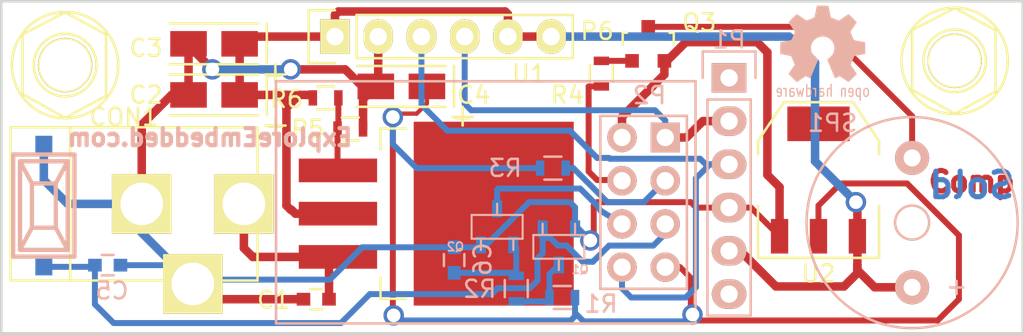
<source format=kicad_pcb>

(kicad_pcb
  (version 4)
  (host pcbnew "(2015-01-16 BZR 5376)-product")
  (general
    (links 55)
    (no_connects 6)
    (area 84.891667 74.375 210.989286 121.075)
    (thickness 1.6)
    (drawings 10)
    (tracks 224)
    (zones 0)
    (modules 26)
    (nets 18))
  (page A4)
  (layers
    (0 F.Cu signal)
    (31 B.Cu signal)
    (32 B.Adhes user)
    (33 F.Adhes user)
    (34 B.Paste user)
    (35 F.Paste user)
    (36 B.SilkS user)
    (37 F.SilkS user)
    (38 B.Mask user)
    (39 F.Mask user)
    (40 Dwgs.User user)
    (41 Cmts.User user)
    (42 Eco1.User user)
    (43 Eco2.User user)
    (44 Edge.Cuts user)
    (45 Margin user)
    (46 B.CrtYd user)
    (47 F.CrtYd user)
    (48 B.Fab user)
    (49 F.Fab user))
  (setup
    (last_trace_width 0.35)
    (user_trace_width 0.35)
    (user_trace_width 0.5)
    (trace_clearance 0.2)
    (zone_clearance 0.508)
    (zone_45_only no)
    (trace_min 0.2)
    (segment_width 0.2)
    (edge_width 0.15)
    (via_size 0.8)
    (via_drill 0.4)
    (via_min_size 0.4)
    (via_min_drill 0.3)
    (user_via 1.2 0.8)
    (uvia_size 0.3)
    (uvia_drill 0.1)
    (uvias_allowed no)
    (uvia_min_size 0.2)
    (uvia_min_drill 0.1)
    (pcb_text_width 0.3)
    (pcb_text_size 1.5 1.5)
    (mod_edge_width 0.15)
    (mod_text_size 1 1)
    (mod_text_width 0.15)
    (pad_size 3.50012 3.50012)
    (pad_drill 2.5)
    (pad_to_mask_clearance 0.2)
    (aux_axis_origin 0 0)
    (visible_elements 7FFFF77F)
    (pcbplotparams
      (layerselection 0x000f0_80000001)
      (usegerberextensions false)
      (excludeedgelayer false)
      (linewidth 0.1)
      (plotframeref false)
      (viasonmask false)
      (mode 1)
      (useauxorigin false)
      (hpglpennumber 1)
      (hpglpenspeed 20)
      (hpglpendiameter 15)
      (hpglpenoverlay 2)
      (psnegative false)
      (psa4output false)
      (plotreference true)
      (plotvalue true)
      (plotinvisibletext false)
      (padsonsilk false)
      (subtractmaskfromsilk false)
      (outputformat 1)
      (mirror false)
      (drillshape 0)
      (scaleselection 1)
      (outputdirectory Gerber/)))
  (net 0 "")
  (net 1 "Net-(C1-Pad1)")
  (net 2 GND)
  (net 3 +5V)
  (net 4 +3V3)
  (net 5 /RESET)
  (net 6 "Net-(C6-Pad1)")
  (net 7 /TX)
  (net 8 "Net-(P2-Pad3)")
  (net 9 /BUZ)
  (net 10 /GPIO0)
  (net 11 /RX)
  (net 12 "Net-(Q3-Pad1)")
  (net 13 "Net-(Q3-Pad3)")
  (net 14 "Net-(Q1-PadD)")
  (net 15 "Net-(R5-Pad1)")
  (net 16 "Net-(P1-Pad1)")
  (net 17 "Net-(P1-Pad6)")
  (net_class Default "This is the default net class."
    (clearance 0.2)
    (trace_width 0.35)
    (via_dia 0.8)
    (via_drill 0.4)
    (uvia_dia 0.3)
    (uvia_drill 0.1)
    (add_net +3V3)
    (add_net +5V)
    (add_net /BUZ)
    (add_net /GPIO0)
    (add_net /RESET)
    (add_net /RX)
    (add_net /TX)
    (add_net GND)
    (add_net "Net-(C1-Pad1)")
    (add_net "Net-(C6-Pad1)")
    (add_net "Net-(P1-Pad1)")
    (add_net "Net-(P1-Pad6)")
    (add_net "Net-(P2-Pad3)")
    (add_net "Net-(Q1-PadD)")
    (add_net "Net-(Q3-Pad1)")
    (add_net "Net-(Q3-Pad3)")
    (add_net "Net-(R5-Pad1)"))
  (module ESP8266:ESP-01
    (layer B.Cu)
    (tedit 569E34F7)
    (tstamp 56879080)
    (at 125 85 180)
    (descr "Module, ESP-8266, ESP-01, 8 pin")
    (tags "Module ESP-8266 ESP8266")
    (path /56867F99)
    (fp_text reference P2
      (at 0.925 2.475 180)
      (layer B.SilkS)
      (effects
        (font
          (size 1 1)
          (thickness 0.15))
        (justify mirror)))
    (fp_text value "ESP8266 - 01"
      (at 1.75 -15.55 180)
      (layer B.Fab) hide
      (effects
        (font
          (size 1 1)
          (thickness 0.15))
        (justify mirror)))
    (fp_line
      (start -1.778 3.302)
      (end 22.86 3.302)
      (layer B.SilkS)
      (width 0.1524))
    (fp_line
      (start 22.86 3.302)
      (end 22.86 -10.922)
      (layer B.SilkS)
      (width 0.1524))
    (fp_line
      (start 22.86 -10.922)
      (end -1.778 -10.922)
      (layer B.SilkS)
      (width 0.1524))
    (fp_line
      (start -1.778 -10.922)
      (end -1.778 3.302)
      (layer B.SilkS)
      (width 0.1524))
    (fp_line
      (start 1.27 1.27)
      (end -1.27 1.27)
      (layer B.SilkS)
      (width 0.1524))
    (fp_line
      (start -1.27 1.27)
      (end -1.27 -1.27)
      (layer B.SilkS)
      (width 0.1524))
    (fp_line
      (start -1.75 1.75)
      (end -1.75 -9.4)
      (layer B.CrtYd)
      (width 0.05))
    (fp_line
      (start 4.3 1.75)
      (end 4.3 -9.4)
      (layer B.CrtYd)
      (width 0.05))
    (fp_line
      (start -1.75 1.75)
      (end 4.3 1.75)
      (layer B.CrtYd)
      (width 0.05))
    (fp_line
      (start -1.75 -9.4)
      (end 4.3 -9.4)
      (layer B.CrtYd)
      (width 0.05))
    (fp_line
      (start -1.27 -1.27)
      (end -1.27 -8.89)
      (layer B.SilkS)
      (width 0.1524))
    (fp_line
      (start -1.27 -8.89)
      (end 3.81 -8.89)
      (layer B.SilkS)
      (width 0.1524))
    (fp_line
      (start 3.81 -8.89)
      (end 3.81 1.27)
      (layer B.SilkS)
      (width 0.1524))
    (fp_line
      (start 3.81 1.27)
      (end 1.27 1.27)
      (layer B.SilkS)
      (width 0.1524))
    (pad 1 thru_hole rect
      (at 0 0 180)
      (size 1.7272 1.7272)
      (drill 1.016)
      (layers *.Cu *.Mask B.SilkS)
      (net 7 /TX))
    (pad 2 thru_hole oval
      (at 2.54 0 180)
      (size 1.7272 1.7272)
      (drill 1.016)
      (layers *.Cu *.Mask B.SilkS)
      (net 2 GND))
    (pad 3 thru_hole oval
      (at 0 -2.54 180)
      (size 1.7272 1.7272)
      (drill 1.016)
      (layers *.Cu *.Mask B.SilkS)
      (net 8 "Net-(P2-Pad3)"))
    (pad 4 thru_hole oval
      (at 2.54 -2.54 180)
      (size 1.7272 1.7272)
      (drill 1.016)
      (layers *.Cu *.Mask B.SilkS)
      (net 9 /BUZ))
    (pad 5 thru_hole oval
      (at 0 -5.08 180)
      (size 1.7272 1.7272)
      (drill 1.016)
      (layers *.Cu *.Mask B.SilkS)
      (net 5 /RESET))
    (pad 6 thru_hole oval
      (at 2.54 -5.08 180)
      (size 1.7272 1.7272)
      (drill 1.016)
      (layers *.Cu *.Mask B.SilkS)
      (net 10 /GPIO0))
    (pad 7 thru_hole oval
      (at 0 -7.62 180)
      (size 1.7272 1.7272)
      (drill 1.016)
      (layers *.Cu *.Mask B.SilkS)
      (net 4 +3V3))
    (pad 8 thru_hole oval
      (at 2.54 -7.62 180)
      (size 1.7272 1.7272)
      (drill 1.016)
      (layers *.Cu *.Mask B.SilkS)
      (net 11 /RX))
    (model Pin_Array/socket_4x2_female.wrl
      (at
        (xyz 0.05 -0.1 0))
      (scale
        (xyz 1 1 1))
      (rotate
        (xyz 0 0 90))))
  (module "SMD Ttorransis:sot23"
    (layer B.Cu)
    (tedit 569F21AE)
    (tstamp 569E34B8)
    (at 118.75 91.425)
    (descr SOT23)
    (path /568852A3)
    (fp_text reference Q1
      (at 1.25 1.325)
      (layer B.SilkS)
      (effects
        (font
          (size 0.50038 0.50038)
          (thickness 0.09906))
        (justify mirror)))
    (fp_text value BSS138
      (at 0 -0.3302)
      (layer B.SilkS) hide
      (effects
        (font
          (size 0.50038 0.50038)
          (thickness 0.09906))
        (justify mirror)))
    (fp_line
      (start 0.9525 -0.6985)
      (end 0.9525 -1.3589)
      (layer B.SilkS)
      (width 0.127))
    (fp_line
      (start -0.9525 -0.6985)
      (end -0.9525 -1.3589)
      (layer B.SilkS)
      (width 0.127))
    (fp_line
      (start 0 0.6985)
      (end 0 1.3589)
      (layer B.SilkS)
      (width 0.127))
    (fp_line
      (start -1.4986 0.6985)
      (end 1.4986 0.6985)
      (layer B.SilkS)
      (width 0.127))
    (fp_line
      (start 1.4986 0.6985)
      (end 1.4986 -0.6985)
      (layer B.SilkS)
      (width 0.127))
    (fp_line
      (start 1.4986 -0.6985)
      (end -1.4986 -0.6985)
      (layer B.SilkS)
      (width 0.127))
    (fp_line
      (start -1.4986 -0.6985)
      (end -1.4986 0.6985)
      (layer B.SilkS)
      (width 0.127))
    (pad G smd rect
      (at -0.9525 -1.05664)
      (size 0.59944 1.00076)
      (layers B.Cu B.Paste B.Mask)
      (net 5 /RESET))
    (pad D smd rect
      (at 0 1.05664)
      (size 0.59944 1.00076)
      (layers B.Cu B.Paste B.Mask)
      (net 14 "Net-(Q1-PadD)"))
    (pad S smd rect
      (at 0.9525 -1.05664)
      (size 0.59944 1.00076)
      (layers B.Cu B.Paste B.Mask)
      (net 2 GND))
    (model TO_SOT_Packages_SMD.3dshapes/SOT-23.wrl
      (at
        (xyz 0 0 0))
      (scale
        (xyz 1 1 1))
      (rotate
        (xyz 0 0 0))))
  (module "SMD Ttorransis:sot23"
    (layer B.Cu)
    (tedit inf)
    (tstamp 569E34C8)
    (at 115.125 90.25 180)
    (descr SOT23)
    (path /5688569A)
    (fp_text reference Q2
      (at 2.45 -1.175 180)
      (layer B.SilkS)
      (effects
        (font
          (size 0.50038 0.50038)
          (thickness 0.09906))
        (justify mirror)))
    (fp_text value BSS138
      (at 0 -0.3302 180)
      (layer B.SilkS) hide
      (effects
        (font
          (size 0.50038 0.50038)
          (thickness 0.09906))
        (justify mirror)))
    (fp_line
      (start 0.9525 -0.6985)
      (end 0.9525 -1.3589)
      (layer B.SilkS)
      (width 0.127))
    (fp_line
      (start -0.9525 -0.6985)
      (end -0.9525 -1.3589)
      (layer B.SilkS)
      (width 0.127))
    (fp_line
      (start 0 0.6985)
      (end 0 1.3589)
      (layer B.SilkS)
      (width 0.127))
    (fp_line
      (start -1.4986 0.6985)
      (end 1.4986 0.6985)
      (layer B.SilkS)
      (width 0.127))
    (fp_line
      (start 1.4986 0.6985)
      (end 1.4986 -0.6985)
      (layer B.SilkS)
      (width 0.127))
    (fp_line
      (start 1.4986 -0.6985)
      (end -1.4986 -0.6985)
      (layer B.SilkS)
      (width 0.127))
    (fp_line
      (start -1.4986 -0.6985)
      (end -1.4986 0.6985)
      (layer B.SilkS)
      (width 0.127))
    (pad G smd rect
      (at -0.9525 -1.05664 180)
      (size 0.59944 1.00076)
      (layers B.Cu B.Paste B.Mask)
      (net 6 "Net-(C6-Pad1)"))
    (pad D smd rect
      (at 0 1.05664 180)
      (size 0.59944 1.00076)
      (layers B.Cu B.Paste B.Mask)
      (net 10 /GPIO0))
    (pad S smd rect
      (at 0.9525 -1.05664 180)
      (size 0.59944 1.00076)
      (layers B.Cu B.Paste B.Mask)
      (net 2 GND))
    (model TO_SOT_Packages_SMD.3dshapes/SOT-23.wrl
      (at
        (xyz 0 0 0))
      (scale
        (xyz 1 1 1))
      (rotate
        (xyz 0 0 0))))
  (module Capacitors_SMD:C_0603
    (layer F.Cu)
    (tedit 569E12CE)
    (tstamp 5687904A)
    (at 104.5 94.5 180)
    (descr "Capacitor SMD 0603, reflow soldering, AVX (see smccp.pdf)")
    (tags "capacitor 0603")
    (path /5688B9AF)
    (attr smd)
    (fp_text reference C1
      (at 2.5 -0.05 360)
      (layer F.SilkS)
      (effects
        (font
          (size 1 1)
          (thickness 0.15))))
    (fp_text value 0.1uF
      (at 0 1.9 180)
      (layer F.Fab) hide
      (effects
        (font
          (size 1 1)
          (thickness 0.15))))
    (fp_line
      (start -1.45 -0.75)
      (end 1.45 -0.75)
      (layer F.CrtYd)
      (width 0.05))
    (fp_line
      (start -1.45 0.75)
      (end 1.45 0.75)
      (layer F.CrtYd)
      (width 0.05))
    (fp_line
      (start -1.45 -0.75)
      (end -1.45 0.75)
      (layer F.CrtYd)
      (width 0.05))
    (fp_line
      (start 1.45 -0.75)
      (end 1.45 0.75)
      (layer F.CrtYd)
      (width 0.05))
    (fp_line
      (start -0.35 -0.6)
      (end 0.35 -0.6)
      (layer F.SilkS)
      (width 0.15))
    (fp_line
      (start 0.35 0.6)
      (end -0.35 0.6)
      (layer F.SilkS)
      (width 0.15))
    (pad 1 smd rect
      (at -0.75 0 180)
      (size 0.8 0.75)
      (layers F.Cu F.Paste F.Mask)
      (net 1 "Net-(C1-Pad1)"))
    (pad 2 smd rect
      (at 0.75 0 180)
      (size 0.8 0.75)
      (layers F.Cu F.Paste F.Mask)
      (net 2 GND))
    (model Capacitors_SMD.3dshapes/C_0603.wrl
      (at
        (xyz 0 0 0))
      (scale
        (xyz 1 1 1))
      (rotate
        (xyz 0 0 0))))
  (module Capacitors_Tantalum_SMD:TantalC_SizeA_EIA-3216_Wave
    (layer F.Cu)
    (tedit 569F2170)
    (tstamp 56879056)
    (at 98.5 79.5 180)
    (descr "Tantal Cap. , Size A, EIA-3216, Wave,")
    (tags "Tantal Cap. , Size A, EIA-3216, Wave,")
    (path /56867A80)
    (attr smd)
    (fp_text reference C3
      (at 4 -0.25 360)
      (layer F.SilkS)
      (effects
        (font
          (size 1 1)
          (thickness 0.15))))
    (fp_text value 4u7
      (at -0.09906 3.0988 180)
      (layer F.Fab) hide
      (effects
        (font
          (size 1 1)
          (thickness 0.15))))
    (fp_text user +
      (at -3.59918 -1.80086 180)
      (layer F.SilkS)
      (effects
        (font
          (size 1 1)
          (thickness 0.15))))
    (fp_line
      (start -2.60096 1.19888)
      (end 2.60096 1.19888)
      (layer F.SilkS)
      (width 0.15))
    (fp_line
      (start 2.60096 -1.19888)
      (end -2.60096 -1.19888)
      (layer F.SilkS)
      (width 0.15))
    (fp_line
      (start -3.59918 -2.2987)
      (end -3.59918 -1.19888)
      (layer F.SilkS)
      (width 0.15))
    (fp_line
      (start -4.19862 -1.79832)
      (end -2.99974 -1.79832)
      (layer F.SilkS)
      (width 0.15))
    (fp_line
      (start -3.09626 -1.19888)
      (end -3.09626 1.19888)
      (layer F.SilkS)
      (width 0.15))
    (pad 2 smd rect
      (at 1.50114 0 180)
      (size 2.14884 1.50114)
      (layers F.Cu F.Paste F.Mask)
      (net 2 GND))
    (pad 1 smd rect
      (at -1.50114 0 180)
      (size 2.14884 1.50114)
      (layers F.Cu F.Paste F.Mask)
      (net 3 +5V))
    (model Capacitors_Tantalum_SMD.3dshapes/TantalC_SizeA_EIA-3216_Wave.wrl
      (at
        (xyz 0 0 0))
      (scale
        (xyz 1 1 1))
      (rotate
        (xyz 0 0 180))))
  (module Capacitors_Tantalum_SMD:TantalC_SizeA_EIA-3216_Wave
    (layer F.Cu)
    (tedit 569F2180)
    (tstamp 5687905C)
    (at 109.5 82 180)
    (descr "Tantal Cap. , Size A, EIA-3216, Wave,")
    (tags "Tantal Cap. , Size A, EIA-3216, Wave,")
    (path /56867A7F)
    (attr smd)
    (fp_text reference C4
      (at -4.25 -0.5 180)
      (layer F.SilkS)
      (effects
        (font
          (size 1 1)
          (thickness 0.15))))
    (fp_text value 10u
      (at -0.09906 3.0988 180)
      (layer F.Fab) hide
      (effects
        (font
          (size 1 1)
          (thickness 0.15))))
    (fp_text user +
      (at -3.59918 -1.80086 180)
      (layer F.SilkS)
      (effects
        (font
          (size 1 1)
          (thickness 0.15))))
    (fp_line
      (start -2.60096 1.19888)
      (end 2.60096 1.19888)
      (layer F.SilkS)
      (width 0.15))
    (fp_line
      (start 2.60096 -1.19888)
      (end -2.60096 -1.19888)
      (layer F.SilkS)
      (width 0.15))
    (fp_line
      (start -3.59918 -2.2987)
      (end -3.59918 -1.19888)
      (layer F.SilkS)
      (width 0.15))
    (fp_line
      (start -4.19862 -1.79832)
      (end -2.99974 -1.79832)
      (layer F.SilkS)
      (width 0.15))
    (fp_line
      (start -3.09626 -1.19888)
      (end -3.09626 1.19888)
      (layer F.SilkS)
      (width 0.15))
    (pad 2 smd rect
      (at 1.50114 0 180)
      (size 2.14884 1.50114)
      (layers F.Cu F.Paste F.Mask)
      (net 2 GND))
    (pad 1 smd rect
      (at -1.50114 0 180)
      (size 2.14884 1.50114)
      (layers F.Cu F.Paste F.Mask)
      (net 4 +3V3))
    (model Capacitors_Tantalum_SMD.3dshapes/TantalC_SizeA_EIA-3216_Wave.wrl
      (at
        (xyz 0 0 0))
      (scale
        (xyz 1 1 1))
      (rotate
        (xyz 0 0 180))))
  (module Capacitors_SMD:C_0603
    (layer B.Cu)
    (tedit 569F2B32)
    (tstamp 56879062)
    (at 92.25 92.5)
    (descr "Capacitor SMD 0603, reflow soldering, AVX (see smccp.pdf)")
    (tags "capacitor 0603")
    (path /56867A92)
    (attr smd)
    (fp_text reference C5
      (at 0.25 1.5 180)
      (layer B.SilkS)
      (effects
        (font
          (size 1 1)
          (thickness 0.15))
        (justify mirror)))
    (fp_text value 0.1u
      (at 0 -1.9)
      (layer B.Fab) hide
      (effects
        (font
          (size 1 1)
          (thickness 0.15))
        (justify mirror)))
    (fp_line
      (start -1.45 0.75)
      (end 1.45 0.75)
      (layer B.CrtYd)
      (width 0.05))
    (fp_line
      (start -1.45 -0.75)
      (end 1.45 -0.75)
      (layer B.CrtYd)
      (width 0.05))
    (fp_line
      (start -1.45 0.75)
      (end -1.45 -0.75)
      (layer B.CrtYd)
      (width 0.05))
    (fp_line
      (start 1.45 0.75)
      (end 1.45 -0.75)
      (layer B.CrtYd)
      (width 0.05))
    (fp_line
      (start -0.35 0.6)
      (end 0.35 0.6)
      (layer B.SilkS)
      (width 0.15))
    (fp_line
      (start 0.35 -0.6)
      (end -0.35 -0.6)
      (layer B.SilkS)
      (width 0.15))
    (pad 1 smd rect
      (at -0.75 0)
      (size 0.8 0.75)
      (layers B.Cu B.Paste B.Mask)
      (net 5 /RESET))
    (pad 2 smd rect
      (at 0.75 0)
      (size 0.8 0.75)
      (layers B.Cu B.Paste B.Mask)
      (net 2 GND))
    (model Capacitors_SMD.3dshapes/C_0603.wrl
      (at
        (xyz 0 0 0))
      (scale
        (xyz 1 1 1))
      (rotate
        (xyz 0 0 0))))
  (module Capacitors_SMD:C_0603
    (layer B.Cu)
    (tedit 569E16FE)
    (tstamp 56879068)
    (at 112.6 92.2 90)
    (descr "Capacitor SMD 0603, reflow soldering, AVX (see smccp.pdf)")
    (tags "capacitor 0603")
    (path /56867A7C)
    (attr smd)
    (fp_text reference C6
      (at 0.05 1.675 90)
      (layer B.SilkS)
      (effects
        (font
          (size 1 1)
          (thickness 0.15))
        (justify mirror)))
    (fp_text value 2u2
      (at 0 -1.9 90)
      (layer B.Fab) hide
      (effects
        (font
          (size 1 1)
          (thickness 0.15))
        (justify mirror)))
    (fp_line
      (start -1.45 0.75)
      (end 1.45 0.75)
      (layer B.CrtYd)
      (width 0.05))
    (fp_line
      (start -1.45 -0.75)
      (end 1.45 -0.75)
      (layer B.CrtYd)
      (width 0.05))
    (fp_line
      (start -1.45 0.75)
      (end -1.45 -0.75)
      (layer B.CrtYd)
      (width 0.05))
    (fp_line
      (start 1.45 0.75)
      (end 1.45 -0.75)
      (layer B.CrtYd)
      (width 0.05))
    (fp_line
      (start -0.35 0.6)
      (end 0.35 0.6)
      (layer B.SilkS)
      (width 0.15))
    (fp_line
      (start 0.35 -0.6)
      (end -0.35 -0.6)
      (layer B.SilkS)
      (width 0.15))
    (pad 1 smd rect
      (at -0.75 0 90)
      (size 0.8 0.75)
      (layers B.Cu B.Paste B.Mask)
      (net 6 "Net-(C6-Pad1)"))
    (pad 2 smd rect
      (at 0.75 0 90)
      (size 0.8 0.75)
      (layers B.Cu B.Paste B.Mask)
      (net 2 GND))
    (model Capacitors_SMD.3dshapes/C_0603.wrl
      (at
        (xyz 0 0 0))
      (scale
        (xyz 1 1 1))
      (rotate
        (xyz 0 0 0))))
  (module Connect:BARREL_JACK
    (layer F.Cu)
    (tedit 56A0AACE)
    (tstamp 56A0A37A)
    (at 94.05 88.9)
    (descr "DC Barrel Jack")
    (tags "Power Jack")
    (path /56882C75)
    (fp_text reference CON1
      (at -0.85 -5.1 180)
      (layer F.SilkS)
      (effects
        (font
          (size 1 1)
          (thickness 0.15))))
    (fp_text value 9V/2A
      (at -4.6 0.4)
      (layer F.Fab)
      (effects
        (font
          (size 1 1)
          (thickness 0.15))))
    (fp_line
      (start -4.0005 -4.50088)
      (end -4.0005 4.50088)
      (layer F.SilkS)
      (width 0.15))
    (fp_line
      (start -7.50062 -4.50088)
      (end -7.50062 4.50088)
      (layer F.SilkS)
      (width 0.15))
    (fp_line
      (start -7.50062 4.50088)
      (end 7.00024 4.50088)
      (layer F.SilkS)
      (width 0.15))
    (fp_line
      (start 7.00024 4.50088)
      (end 7.00024 -4.50088)
      (layer F.SilkS)
      (width 0.15))
    (fp_line
      (start 7.00024 -4.50088)
      (end -7.50062 -4.50088)
      (layer F.SilkS)
      (width 0.15))
    (pad 1 thru_hole rect
      (at 6.20014 0)
      (size 3.50012 3.50012)
      (drill 2.5)
      (layers *.Cu *.Mask F.SilkS)
      (net 1 "Net-(C1-Pad1)"))
    (pad 2 thru_hole rect
      (at 0.20066 0)
      (size 3.50012 3.50012)
      (drill 2.5)
      (layers *.Cu *.Mask F.SilkS)
      (net 2 GND))
    (pad 3 thru_hole rect
      (at 3.2004 4.699)
      (size 3.50012 3.50012)
      (drill 2.5)
      (layers *.Cu *.Mask F.SilkS)
      (net 2 GND))
    (model Walter_Connector_3d/dc_socket.wrl
      (at
        (xyz 0 0 0))
      (scale
        (xyz 1 1 1))
      (rotate
        (xyz 0 0 90))))
  (module EE:M3_mounting
    (layer F.Cu)
    (tedit 569F2162)
    (tstamp 56879085)
    (at 142 80.5)
    (path /56867A99)
    (fp_text reference P3
      (at 4.225 -0.3)
      (layer F.SilkS) hide
      (effects
        (font
          (size 1 1)
          (thickness 0.15))))
    (fp_text value CONN_01X01
      (at 0.25 4)
      (layer F.Fab) hide
      (effects
        (font
          (size 1 1)
          (thickness 0.15))))
    (fp_line
      (start 0 3.1)
      (end 2.4 1.8)
      (layer F.SilkS)
      (width 0.15))
    (fp_line
      (start -2.5 1.7)
      (end 0 3.1)
      (layer F.SilkS)
      (width 0.15))
    (fp_line
      (start -2.5 -1.8)
      (end 0 -3.1)
      (layer F.SilkS)
      (width 0.15))
    (fp_line
      (start -2.5 1.8)
      (end -2.5 -1.8)
      (layer F.SilkS)
      (width 0.15))
    (fp_line
      (start 2.4 -1.8)
      (end 0 -3.1)
      (layer F.SilkS)
      (width 0.15))
    (fp_line
      (start 2.4 1.8)
      (end 2.4 -1.9)
      (layer F.SilkS)
      (width 0.15))
    (fp_line
      (start 3.1 0)
      (end 3.1 0.2)
      (layer F.SilkS)
      (width 0.15))
    (fp_circle
      (center 0 0)
      (end 2 2.4)
      (layer F.SilkS)
      (width 0.15))
    (fp_circle
      (center 0 0)
      (end 1.3 1.3)
      (layer F.SilkS)
      (width 0.15))
    (pad "" np_thru_hole circle
      (at 0 0)
      (size 3.2 3.2)
      (drill 3)
      (layers *.Cu *.Mask F.SilkS)))
  (module Pin_Headers:Pin_Header_Straight_1x06 locked
    (layer F.Cu)
    (tedit 569F2179)
    (tstamp 569E350D)
    (at 105.6 79.075 90)
    (descr "Through hole pin header")
    (tags "pin header")
    (path /568770FB)
    (fp_text reference P6
      (at 0.325 15.4 180)
      (layer F.SilkS)
      (effects
        (font
          (size 1 1)
          (thickness 0.15))))
    (fp_text value "2.3\" Display Conn"
      (at 3 6 180)
      (layer F.Fab) hide
      (effects
        (font
          (size 1 1)
          (thickness 0.15))))
    (fp_line
      (start -1.75 -1.75)
      (end -1.75 14.45)
      (layer F.CrtYd)
      (width 0.05))
    (fp_line
      (start 1.75 -1.75)
      (end 1.75 14.45)
      (layer F.CrtYd)
      (width 0.05))
    (fp_line
      (start -1.75 -1.75)
      (end 1.75 -1.75)
      (layer F.CrtYd)
      (width 0.05))
    (fp_line
      (start -1.75 14.45)
      (end 1.75 14.45)
      (layer F.CrtYd)
      (width 0.05))
    (fp_line
      (start 1.27 1.27)
      (end 1.27 13.97)
      (layer F.SilkS)
      (width 0.15))
    (fp_line
      (start 1.27 13.97)
      (end -1.27 13.97)
      (layer F.SilkS)
      (width 0.15))
    (fp_line
      (start -1.27 13.97)
      (end -1.27 1.27)
      (layer F.SilkS)
      (width 0.15))
    (fp_line
      (start 1.55 -1.55)
      (end 1.55 0)
      (layer F.SilkS)
      (width 0.15))
    (fp_line
      (start 1.27 1.27)
      (end -1.27 1.27)
      (layer F.SilkS)
      (width 0.15))
    (fp_line
      (start -1.55 0)
      (end -1.55 -1.55)
      (layer F.SilkS)
      (width 0.15))
    (fp_line
      (start -1.55 -1.55)
      (end 1.55 -1.55)
      (layer F.SilkS)
      (width 0.15))
    (pad 1 thru_hole rect
      (at 0 0 90)
      (size 2.032 1.7272)
      (drill 1.016)
      (layers *.Cu *.Mask F.SilkS)
      (net 3 +5V))
    (pad 2 thru_hole oval
      (at 0 2.54 90)
      (size 2.032 1.7272)
      (drill 1.016)
      (layers *.Cu *.Mask F.SilkS)
      (net 2 GND))
    (pad 3 thru_hole oval
      (at 0 5.08 90)
      (size 2.032 1.7272)
      (drill 1.016)
      (layers *.Cu *.Mask F.SilkS)
      (net 11 /RX))
    (pad 4 thru_hole oval
      (at 0 7.62 90)
      (size 2.032 1.7272)
      (drill 1.016)
      (layers *.Cu *.Mask F.SilkS)
      (net 7 /TX))
    (pad 5 thru_hole oval
      (at 0 10.16 90)
      (size 2.032 1.7272)
      (drill 1.016)
      (layers *.Cu *.Mask F.SilkS)
      (net 3 +5V))
    (pad 6 thru_hole oval
      (at 0 12.7 90)
      (size 2.032 1.7272)
      (drill 1.016)
      (layers *.Cu *.Mask F.SilkS)
      (net 3 +5V))
    (model Pin_Array/socket_1x6_90_female.wrl
      (at
        (xyz 0 -0.36 0))
      (scale
        (xyz 1 1 1))
      (rotate
        (xyz 0 0 -90))))
  (module TO_SOT_Packages_SMD:SOT-23
    (layer F.Cu)
    (tedit 569F2197)
    (tstamp 569E34A9)
    (at 124 79.5)
    (descr "SOT-23, Standard")
    (tags SOT-23)
    (path /5687D50B)
    (attr smd)
    (fp_text reference Q3
      (at 3 -1.25 180)
      (layer F.SilkS)
      (effects
        (font
          (size 1 1)
          (thickness 0.15))))
    (fp_text value BC847
      (at 0 2.3)
      (layer F.Fab) hide
      (effects
        (font
          (size 1 1)
          (thickness 0.15))))
    (fp_line
      (start -1.65 -1.6)
      (end 1.65 -1.6)
      (layer F.CrtYd)
      (width 0.05))
    (fp_line
      (start 1.65 -1.6)
      (end 1.65 1.6)
      (layer F.CrtYd)
      (width 0.05))
    (fp_line
      (start 1.65 1.6)
      (end -1.65 1.6)
      (layer F.CrtYd)
      (width 0.05))
    (fp_line
      (start -1.65 1.6)
      (end -1.65 -1.6)
      (layer F.CrtYd)
      (width 0.05))
    (fp_line
      (start 1.29916 -0.65024)
      (end 1.2509 -0.65024)
      (layer F.SilkS)
      (width 0.15))
    (fp_line
      (start -1.49982 0.0508)
      (end -1.49982 -0.65024)
      (layer F.SilkS)
      (width 0.15))
    (fp_line
      (start -1.49982 -0.65024)
      (end -1.2509 -0.65024)
      (layer F.SilkS)
      (width 0.15))
    (fp_line
      (start 1.29916 -0.65024)
      (end 1.49982 -0.65024)
      (layer F.SilkS)
      (width 0.15))
    (fp_line
      (start 1.49982 -0.65024)
      (end 1.49982 0.0508)
      (layer F.SilkS)
      (width 0.15))
    (pad 1 smd rect
      (at -0.95 1.00076)
      (size 0.8001 0.8001)
      (layers F.Cu F.Paste F.Mask)
      (net 12 "Net-(Q3-Pad1)"))
    (pad 2 smd rect
      (at 0.95 1.00076)
      (size 0.8001 0.8001)
      (layers F.Cu F.Paste F.Mask)
      (net 2 GND))
    (pad 3 smd rect
      (at 0 -0.99822)
      (size 0.8001 0.8001)
      (layers F.Cu F.Paste F.Mask)
      (net 13 "Net-(Q3-Pad3)"))
    (model TO_SOT_Packages_SMD.3dshapes/SOT-23.wrl
      (at
        (xyz 0 0 0))
      (scale
        (xyz 1 1 1))
      (rotate
        (xyz 0 0 0))))
  (module Resistors_SMD:R_0603
    (layer B.Cu)
    (tedit 569E1CD6)
    (tstamp 568790BF)
    (at 118.95 94.4 180)
    (descr "Resistor SMD 0603, reflow soldering, Vishay (see dcrcw.pdf)")
    (tags "resistor 0603")
    (path /56867A7B)
    (attr smd)
    (fp_text reference R1
      (at -2.275 -0.375 180)
      (layer B.SilkS)
      (effects
        (font
          (size 1 1)
          (thickness 0.15))
        (justify mirror)))
    (fp_text value 470K
      (at 0 -1.9 180)
      (layer B.Fab) hide
      (effects
        (font
          (size 1 1)
          (thickness 0.15))
        (justify mirror)))
    (fp_line
      (start -1.3 0.8)
      (end 1.3 0.8)
      (layer B.CrtYd)
      (width 0.05))
    (fp_line
      (start -1.3 -0.8)
      (end 1.3 -0.8)
      (layer B.CrtYd)
      (width 0.05))
    (fp_line
      (start -1.3 0.8)
      (end -1.3 -0.8)
      (layer B.CrtYd)
      (width 0.05))
    (fp_line
      (start 1.3 0.8)
      (end 1.3 -0.8)
      (layer B.CrtYd)
      (width 0.05))
    (fp_line
      (start 0.5 -0.675)
      (end -0.5 -0.675)
      (layer B.SilkS)
      (width 0.15))
    (fp_line
      (start -0.5 0.675)
      (end 0.5 0.675)
      (layer B.SilkS)
      (width 0.15))
    (pad 1 smd rect
      (at -0.75 0 180)
      (size 0.5 0.9)
      (layers B.Cu B.Paste B.Mask)
      (net 4 +3V3))
    (pad 2 smd rect
      (at 0.75 0 180)
      (size 0.5 0.9)
      (layers B.Cu B.Paste B.Mask)
      (net 14 "Net-(Q1-PadD)"))
    (model Resistors_SMD.3dshapes/R_0603.wrl
      (at
        (xyz 0 0 0))
      (scale
        (xyz 1 1 1))
      (rotate
        (xyz 0 0 0))))
  (module Resistors_SMD:R_0603
    (layer B.Cu)
    (tedit inf)
    (tstamp 568790C5)
    (at 116.25 93.875 270)
    (descr "Resistor SMD 0603, reflow soldering, Vishay (see dcrcw.pdf)")
    (tags "resistor 0603")
    (path /56867A7D)
    (attr smd)
    (fp_text reference R2
      (at 0.025 2.15 540)
      (layer B.SilkS)
      (effects
        (font
          (size 1 1)
          (thickness 0.15))
        (justify mirror)))
    (fp_text value 100K
      (at 0 -1.9 270)
      (layer B.Fab) hide
      (effects
        (font
          (size 1 1)
          (thickness 0.15))
        (justify mirror)))
    (fp_line
      (start -1.3 0.8)
      (end 1.3 0.8)
      (layer B.CrtYd)
      (width 0.05))
    (fp_line
      (start -1.3 -0.8)
      (end 1.3 -0.8)
      (layer B.CrtYd)
      (width 0.05))
    (fp_line
      (start -1.3 0.8)
      (end -1.3 -0.8)
      (layer B.CrtYd)
      (width 0.05))
    (fp_line
      (start 1.3 0.8)
      (end 1.3 -0.8)
      (layer B.CrtYd)
      (width 0.05))
    (fp_line
      (start 0.5 -0.675)
      (end -0.5 -0.675)
      (layer B.SilkS)
      (width 0.15))
    (fp_line
      (start -0.5 0.675)
      (end 0.5 0.675)
      (layer B.SilkS)
      (width 0.15))
    (pad 1 smd rect
      (at -0.75 0 270)
      (size 0.5 0.9)
      (layers B.Cu B.Paste B.Mask)
      (net 6 "Net-(C6-Pad1)"))
    (pad 2 smd rect
      (at 0.75 0 270)
      (size 0.5 0.9)
      (layers B.Cu B.Paste B.Mask)
      (net 14 "Net-(Q1-PadD)"))
    (model Resistors_SMD.3dshapes/R_0603.wrl
      (at
        (xyz 0 0 0))
      (scale
        (xyz 1 1 1))
      (rotate
        (xyz 0 0 0))))
  (module Resistors_SMD:R_0603
    (layer B.Cu)
    (tedit 569F317C)
    (tstamp 568790CB)
    (at 118.4 86.8)
    (descr "Resistor SMD 0603, reflow soldering, Vishay (see dcrcw.pdf)")
    (tags "resistor 0603")
    (path /56867A8F)
    (attr smd)
    (fp_text reference R3
      (at -2.8 0)
      (layer B.SilkS)
      (effects
        (font
          (size 1 1)
          (thickness 0.15))
        (justify mirror)))
    (fp_text value 47K
      (at 0 -1.9)
      (layer B.Fab) hide
      (effects
        (font
          (size 1 1)
          (thickness 0.15))
        (justify mirror)))
    (fp_line
      (start -1.3 0.8)
      (end 1.3 0.8)
      (layer B.CrtYd)
      (width 0.05))
    (fp_line
      (start -1.3 -0.8)
      (end 1.3 -0.8)
      (layer B.CrtYd)
      (width 0.05))
    (fp_line
      (start -1.3 0.8)
      (end -1.3 -0.8)
      (layer B.CrtYd)
      (width 0.05))
    (fp_line
      (start 1.3 0.8)
      (end 1.3 -0.8)
      (layer B.CrtYd)
      (width 0.05))
    (fp_line
      (start 0.5 -0.675)
      (end -0.5 -0.675)
      (layer B.SilkS)
      (width 0.15))
    (fp_line
      (start -0.5 0.675)
      (end 0.5 0.675)
      (layer B.SilkS)
      (width 0.15))
    (pad 1 smd rect
      (at -0.75 0)
      (size 0.5 0.9)
      (layers B.Cu B.Paste B.Mask)
      (net 4 +3V3))
    (pad 2 smd rect
      (at 0.75 0)
      (size 0.5 0.9)
      (layers B.Cu B.Paste B.Mask)
      (net 8 "Net-(P2-Pad3)"))
    (model Resistors_SMD.3dshapes/R_0603.wrl
      (at
        (xyz 0 0 0))
      (scale
        (xyz 1 1 1))
      (rotate
        (xyz 0 0 0))))
  (module Resistors_SMD:R_0603
    (layer F.Cu)
    (tedit 569F2C10)
    (tstamp 568790D1)
    (at 121.25 81.25 270)
    (descr "Resistor SMD 0603, reflow soldering, Vishay (see dcrcw.pdf)")
    (tags "resistor 0603")
    (path /56887D68)
    (attr smd)
    (fp_text reference R4
      (at 1.25 2 540)
      (layer F.SilkS)
      (effects
        (font
          (size 1 1)
          (thickness 0.15))))
    (fp_text value 330E
      (at 0 1.9 270)
      (layer F.Fab) hide
      (effects
        (font
          (size 1 1)
          (thickness 0.15))))
    (fp_line
      (start -1.3 -0.8)
      (end 1.3 -0.8)
      (layer F.CrtYd)
      (width 0.05))
    (fp_line
      (start -1.3 0.8)
      (end 1.3 0.8)
      (layer F.CrtYd)
      (width 0.05))
    (fp_line
      (start -1.3 -0.8)
      (end -1.3 0.8)
      (layer F.CrtYd)
      (width 0.05))
    (fp_line
      (start 1.3 -0.8)
      (end 1.3 0.8)
      (layer F.CrtYd)
      (width 0.05))
    (fp_line
      (start 0.5 0.675)
      (end -0.5 0.675)
      (layer F.SilkS)
      (width 0.15))
    (fp_line
      (start -0.5 -0.675)
      (end 0.5 -0.675)
      (layer F.SilkS)
      (width 0.15))
    (pad 1 smd rect
      (at -0.75 0 270)
      (size 0.5 0.9)
      (layers F.Cu F.Paste F.Mask)
      (net 12 "Net-(Q3-Pad1)"))
    (pad 2 smd rect
      (at 0.75 0 270)
      (size 0.5 0.9)
      (layers F.Cu F.Paste F.Mask)
      (net 9 /BUZ))
    (model Resistors_SMD.3dshapes/R_0603.wrl
      (at
        (xyz 0 0 0))
      (scale
        (xyz 1 1 1))
      (rotate
        (xyz 0 0 0))))
  (module Buzzers_Beepers:Buzzer_12x9.5RM7.6
    (layer B.Cu)
    (tedit inf)
    (tstamp 568790D7)
    (at 139.5 90 90)
    (descr "Generic Buzzer, D12mm height 9.5mm with RM7.6mm")
    (tags buzzer)
    (path /56886952)
    (fp_text reference SP1
      (at 5.85 -4.675 180)
      (layer B.SilkS)
      (effects
        (font
          (size 1 1)
          (thickness 0.15))
        (justify mirror)))
    (fp_text value SPEAKER
      (at -0.15 -3.4 90)
      (layer B.Fab) hide
      (effects
        (font
          (size 1 1)
          (thickness 0.15))
        (justify mirror)))
    (fp_text user +
      (at -3.81 2.54 90)
      (layer B.SilkS)
      (effects
        (font
          (size 1 1)
          (thickness 0.15))
        (justify mirror)))
    (fp_circle
      (center 0 0)
      (end 1.00076 0)
      (layer B.SilkS)
      (width 0.15))
    (fp_circle
      (center 0 0)
      (end 6.20014 0)
      (layer B.SilkS)
      (width 0.15))
    (pad 1 thru_hole circle
      (at -3.79984 0 90)
      (size 2 2)
      (drill 1.00076)
      (layers *.Cu *.Mask B.SilkS)
      (net 3 +5V))
    (pad 2 thru_hole circle
      (at 3.79984 0 90)
      (size 2 2)
      (drill 1.00076)
      (layers *.Cu *.Mask B.SilkS)
      (net 13 "Net-(Q3-Pad3)"))
    (model Buzzers_Beepers.3dshapes/Buzzer_12x9.5RM7.6.wrl
      (at
        (xyz 0 0 0))
      (scale
        (xyz 4 4 4))
      (rotate
        (xyz 0 0 0))))
  (module TO_SOT_Packages_SMD:SOT-223
    (layer F.Cu)
    (tedit 569F21BD)
    (tstamp 568790ED)
    (at 134 87.5)
    (descr "module CMS SOT223 4 pins")
    (tags "CMS SOT")
    (path /56867A7E)
    (attr smd)
    (fp_text reference U2
      (at 0 5.5)
      (layer F.SilkS)
      (effects
        (font
          (size 1 1)
          (thickness 0.15))))
    (fp_text value 1117-3.3
      (at 13 1.5)
      (layer F.Fab) hide
      (effects
        (font
          (size 1 1)
          (thickness 0.15))))
    (fp_line
      (start -3.556 1.524)
      (end -3.556 4.572)
      (layer F.SilkS)
      (width 0.15))
    (fp_line
      (start -3.556 4.572)
      (end 3.556 4.572)
      (layer F.SilkS)
      (width 0.15))
    (fp_line
      (start 3.556 4.572)
      (end 3.556 1.524)
      (layer F.SilkS)
      (width 0.15))
    (fp_line
      (start -3.556 -1.524)
      (end -3.556 -2.286)
      (layer F.SilkS)
      (width 0.15))
    (fp_line
      (start -3.556 -2.286)
      (end -2.032 -4.572)
      (layer F.SilkS)
      (width 0.15))
    (fp_line
      (start -2.032 -4.572)
      (end 2.032 -4.572)
      (layer F.SilkS)
      (width 0.15))
    (fp_line
      (start 2.032 -4.572)
      (end 3.556 -2.286)
      (layer F.SilkS)
      (width 0.15))
    (fp_line
      (start 3.556 -2.286)
      (end 3.556 -1.524)
      (layer F.SilkS)
      (width 0.15))
    (pad 4 smd rect
      (at 0 -3.302)
      (size 3.6576 2.032)
      (layers F.Cu F.Paste F.Mask))
    (pad 2 smd rect
      (at 0 3.302)
      (size 1.016 2.032)
      (layers F.Cu F.Paste F.Mask)
      (net 4 +3V3))
    (pad 3 smd rect
      (at 2.286 3.302)
      (size 1.016 2.032)
      (layers F.Cu F.Paste F.Mask)
      (net 3 +5V))
    (pad 1 smd rect
      (at -2.286 3.302)
      (size 1.016 2.032)
      (layers F.Cu F.Paste F.Mask)
      (net 2 GND))
    (model TO_SOT_Packages_SMD.3dshapes/SOT-223.wrl
      (at
        (xyz 0 0 0))
      (scale
        (xyz 0.4 0.4 0.4))
      (rotate
        (xyz 0 0 0))))
  (module sw:smd_push
    (layer B.Cu)
    (tedit 56879EB3)
    (tstamp 569E34F7)
    (at 88.5 89 270)
    (descr "SMD Pushbutton")
    (path /56867A78)
    (autoplace_cost180 10)
    (fp_text reference SW1
      (at 6.5 0.5 270)
      (layer B.SilkS) hide
      (effects
        (font
          (size 1.143 1.27)
          (thickness 0.1524))
        (justify mirror)))
    (fp_text value SW_PUSH
      (at 0 -2.79908 270)
      (layer B.SilkS) hide
      (effects
        (font
          (size 1.143 1.27)
          (thickness 0.1524))
        (justify mirror)))
    (fp_line
      (start 1.30048 0.70104)
      (end 2.60096 1.39954)
      (layer B.SilkS)
      (width 0.254))
    (fp_line
      (start 1.30048 -0.70104)
      (end 2.60096 -1.39954)
      (layer B.SilkS)
      (width 0.254))
    (fp_line
      (start -1.30048 -0.70104)
      (end -2.60096 -1.39954)
      (layer B.SilkS)
      (width 0.254))
    (fp_line
      (start -2.60096 1.39954)
      (end -1.30048 0.70104)
      (layer B.SilkS)
      (width 0.254))
    (fp_line
      (start -2.60096 1.39954)
      (end 2.60096 1.39954)
      (layer B.SilkS)
      (width 0.254))
    (fp_line
      (start 2.60096 1.39954)
      (end 2.60096 -1.39954)
      (layer B.SilkS)
      (width 0.254))
    (fp_line
      (start 2.60096 -1.39954)
      (end -2.60096 -1.39954)
      (layer B.SilkS)
      (width 0.254))
    (fp_line
      (start -2.60096 -1.39954)
      (end -2.60096 1.39954)
      (layer B.SilkS)
      (width 0.254))
    (fp_line
      (start -1.30048 0.70104)
      (end 1.30048 0.70104)
      (layer B.SilkS)
      (width 0.254))
    (fp_line
      (start 1.30048 0.70104)
      (end 1.30048 -0.70104)
      (layer B.SilkS)
      (width 0.254))
    (fp_line
      (start 1.30048 -0.70104)
      (end -1.30048 -0.70104)
      (layer B.SilkS)
      (width 0.254))
    (fp_line
      (start -1.30048 -0.70104)
      (end -1.30048 0.70104)
      (layer B.SilkS)
      (width 0.254))
    (fp_line
      (start -2.99974 1.80086)
      (end 2.99974 1.80086)
      (layer B.SilkS)
      (width 0.254))
    (fp_line
      (start 2.99974 1.80086)
      (end 2.99974 -1.80086)
      (layer B.SilkS)
      (width 0.254))
    (fp_line
      (start 2.99974 -1.80086)
      (end -2.99974 -1.80086)
      (layer B.SilkS)
      (width 0.254))
    (fp_line
      (start -2.99974 -1.80086)
      (end -2.99974 1.80086)
      (layer B.SilkS)
      (width 0.254))
    (pad 1 smd rect
      (at -3.59918 0 270)
      (size 1.00076 1.00076)
      (layers B.Cu B.Paste B.Mask)
      (net 2 GND))
    (pad 2 smd rect
      (at 3.59918 0 270)
      (size 1.00076 1.00076)
      (layers B.Cu B.Paste B.Mask)
      (net 5 /RESET))
    (model "Walter switch_3d/smd_push.wrl"
      (at
        (xyz 0 0 0))
      (scale
        (xyz 1 1 1))
      (rotate
        (xyz 0 0 0))))
  (module Capacitors_Tantalum_SMD:TantalC_SizeA_EIA-3216_Wave
    (layer F.Cu)
    (tedit 569F2174)
    (tstamp 569DF9F0)
    (at 98.5 82.5 180)
    (descr "Tantal Cap. , Size A, EIA-3216, Wave,")
    (tags "Tantal Cap. , Size A, EIA-3216, Wave,")
    (path /569E0CCC)
    (attr smd)
    (fp_text reference C2
      (at 4 0 360)
      (layer F.SilkS)
      (effects
        (font
          (size 1 1)
          (thickness 0.15))))
    (fp_text value CP1
      (at -0.09906 3.0988 180)
      (layer F.Fab) hide
      (effects
        (font
          (size 1 1)
          (thickness 0.15))))
    (fp_text user +
      (at -3.59918 -1.80086 180)
      (layer F.SilkS)
      (effects
        (font
          (size 1 1)
          (thickness 0.15))))
    (fp_line
      (start -2.60096 1.19888)
      (end 2.60096 1.19888)
      (layer F.SilkS)
      (width 0.15))
    (fp_line
      (start 2.60096 -1.19888)
      (end -2.60096 -1.19888)
      (layer F.SilkS)
      (width 0.15))
    (fp_line
      (start -3.59918 -2.2987)
      (end -3.59918 -1.19888)
      (layer F.SilkS)
      (width 0.15))
    (fp_line
      (start -4.19862 -1.79832)
      (end -2.99974 -1.79832)
      (layer F.SilkS)
      (width 0.15))
    (fp_line
      (start -3.09626 -1.19888)
      (end -3.09626 1.19888)
      (layer F.SilkS)
      (width 0.15))
    (pad 2 smd rect
      (at 1.50114 0 180)
      (size 2.14884 1.50114)
      (layers F.Cu F.Paste F.Mask)
      (net 2 GND))
    (pad 1 smd rect
      (at -1.50114 0 180)
      (size 2.14884 1.50114)
      (layers F.Cu F.Paste F.Mask)
      (net 3 +5V))
    (model Capacitors_Tantalum_SMD.3dshapes/TantalC_SizeA_EIA-3216_Wave.wrl
      (at
        (xyz 0 0 0))
      (scale
        (xyz 1 1 1))
      (rotate
        (xyz 0 0 180))))
  (module Resistors_SMD:R_0603
    (layer F.Cu)
    (tedit 569F218B)
    (tstamp 569DF9FA)
    (at 106.5 84.5)
    (descr "Resistor SMD 0603, reflow soldering, Vishay (see dcrcw.pdf)")
    (tags "resistor 0603")
    (path /569DFC7D)
    (attr smd)
    (fp_text reference R5
      (at -2.5 0)
      (layer F.SilkS)
      (effects
        (font
          (size 1 1)
          (thickness 0.15))))
    (fp_text value R
      (at 0 -0.35)
      (layer F.Fab) hide
      (effects
        (font
          (size 1 1)
          (thickness 0.15))))
    (fp_line
      (start -1.3 -0.8)
      (end 1.3 -0.8)
      (layer F.CrtYd)
      (width 0.05))
    (fp_line
      (start -1.3 0.8)
      (end 1.3 0.8)
      (layer F.CrtYd)
      (width 0.05))
    (fp_line
      (start -1.3 -0.8)
      (end -1.3 0.8)
      (layer F.CrtYd)
      (width 0.05))
    (fp_line
      (start 1.3 -0.8)
      (end 1.3 0.8)
      (layer F.CrtYd)
      (width 0.05))
    (fp_line
      (start 0.5 0.675)
      (end -0.5 0.675)
      (layer F.SilkS)
      (width 0.15))
    (fp_line
      (start -0.5 -0.675)
      (end 0.5 -0.675)
      (layer F.SilkS)
      (width 0.15))
    (pad 1 smd rect
      (at -0.75 0)
      (size 0.5 0.9)
      (layers F.Cu F.Paste F.Mask)
      (net 15 "Net-(R5-Pad1)"))
    (pad 2 smd rect
      (at 0.75 0)
      (size 0.5 0.9)
      (layers F.Cu F.Paste F.Mask)
      (net 2 GND))
    (model Resistors_SMD.3dshapes/R_0603.wrl
      (at
        (xyz 0 0 0))
      (scale
        (xyz 1 1 1))
      (rotate
        (xyz 0 0 0))))
  (module Resistors_SMD:R_0603
    (layer F.Cu)
    (tedit 569F2184)
    (tstamp 569DFA00)
    (at 105.05 82.675)
    (descr "Resistor SMD 0603, reflow soldering, Vishay (see dcrcw.pdf)")
    (tags "resistor 0603")
    (path /569DFA52)
    (attr smd)
    (fp_text reference R6
      (at -2.3 0.075)
      (layer F.SilkS)
      (effects
        (font
          (size 1 1)
          (thickness 0.15))))
    (fp_text value R
      (at 0 1.9)
      (layer F.Fab) hide
      (effects
        (font
          (size 1 1)
          (thickness 0.15))))
    (fp_line
      (start -1.3 -0.8)
      (end 1.3 -0.8)
      (layer F.CrtYd)
      (width 0.05))
    (fp_line
      (start -1.3 0.8)
      (end 1.3 0.8)
      (layer F.CrtYd)
      (width 0.05))
    (fp_line
      (start -1.3 -0.8)
      (end -1.3 0.8)
      (layer F.CrtYd)
      (width 0.05))
    (fp_line
      (start 1.3 -0.8)
      (end 1.3 0.8)
      (layer F.CrtYd)
      (width 0.05))
    (fp_line
      (start 0.5 0.675)
      (end -0.5 0.675)
      (layer F.SilkS)
      (width 0.15))
    (fp_line
      (start -0.5 -0.675)
      (end 0.5 -0.675)
      (layer F.SilkS)
      (width 0.15))
    (pad 1 smd rect
      (at -0.75 0)
      (size 0.5 0.9)
      (layers F.Cu F.Paste F.Mask)
      (net 3 +5V))
    (pad 2 smd rect
      (at 0.75 0)
      (size 0.5 0.9)
      (layers F.Cu F.Paste F.Mask)
      (net 15 "Net-(R5-Pad1)"))
    (model Resistors_SMD.3dshapes/R_0603.wrl
      (at
        (xyz 0 0 0))
      (scale
        (xyz 1 1 1))
      (rotate
        (xyz 0 0 0))))
  (module TO_SOT_Packages_SMD:TO-263-3Lead
    (layer F.Cu)
    (tedit 569F2C14)
    (tstamp 569DFA01)
    (at 105.775 89.475)
    (descr "D2PAK / TO-263 3-lead smd package")
    (tags "D2PAK D2PAK-3 TO-263AB TO-263")
    (path /569DF6D7)
    (attr smd)
    (fp_text reference U1
      (at 11.225 -8.225 180)
      (layer F.SilkS)
      (effects
        (font
          (size 1 1)
          (thickness 0.15))))
    (fp_text value LM317S
      (at 0.675 -10.225 270)
      (layer F.Fab) hide
      (effects
        (font
          (size 1 1)
          (thickness 0.15))))
    (fp_line
      (start 14.1 5.65)
      (end -2.55 5.65)
      (layer F.CrtYd)
      (width 0.05))
    (fp_line
      (start 14.1 -5.65)
      (end 14.1 5.65)
      (layer F.CrtYd)
      (width 0.05))
    (fp_line
      (start 14.1 -5.65)
      (end -2.55 -5.65)
      (layer F.CrtYd)
      (width 0.05))
    (fp_line
      (start -2.55 -5.65)
      (end -2.55 5.65)
      (layer F.CrtYd)
      (width 0.05))
    (fp_line
      (start 2.5 5)
      (end 2.5 3.75)
      (layer F.SilkS)
      (width 0.15))
    (fp_line
      (start 2.5 5)
      (end 4 5)
      (layer F.SilkS)
      (width 0.15))
    (fp_line
      (start 2.5 -5)
      (end 4 -5)
      (layer F.SilkS)
      (width 0.15))
    (fp_line
      (start 2.5 -5)
      (end 2.5 -3.75)
      (layer F.SilkS)
      (width 0.15))
    (pad 2 smd rect
      (at 0 0)
      (size 4.6 1.39)
      (layers F.Cu F.Paste F.Mask)
      (net 3 +5V))
    (pad 4 smd rect
      (at 9.15 0)
      (size 9.4 10.8)
      (layers F.Cu F.Paste F.Mask))
    (pad 3 smd rect
      (at 0 2.54)
      (size 4.6 1.39)
      (layers F.Cu F.Paste F.Mask)
      (net 1 "Net-(C1-Pad1)"))
    (pad 1 smd rect
      (at 0 -2.54)
      (size 4.6 1.39)
      (layers F.Cu F.Paste F.Mask)
      (net 15 "Net-(R5-Pad1)"))
    (model TO_SOT_Packages_SMD.3dshapes/TO-263-3Lead.wrl
      (at
        (xyz 0 0 0))
      (scale
        (xyz 1 1 1))
      (rotate
        (xyz 0 0 90))))
  (module Logo:Logo_silk_OSHW_6x6mm
    (layer B.Cu)
    (tedit 569F1C2C)
    (tstamp 56A0948C)
    (at 134.25 79.5 180)
    (descr "Open Hardware Logo, 6x6mm")
    (fp_text reference G***
      (at 0 0 180)
      (layer B.SilkS) hide
      (effects
        (font
          (size 0.22606 0.22606)
          (thickness 0.04318))
        (justify mirror)))
    (fp_text value LOGO
      (at 0 -0.3 180)
      (layer B.SilkS) hide
      (effects
        (font
          (size 0.22606 0.22606)
          (thickness 0.04318))
        (justify mirror)))
    (fp_line
      (start 2.16 -2.62)
      (end 2.16 -3.08)
      (layer B.SilkS)
      (width 0.075))
    (fp_line
      (start 2.25 -2.62)
      (end 2.3 -2.62)
      (layer B.SilkS)
      (width 0.075))
    (fp_line
      (start 2.2 -2.65)
      (end 2.25 -2.62)
      (layer B.SilkS)
      (width 0.075))
    (fp_line
      (start 2.18 -2.67)
      (end 2.2 -2.65)
      (layer B.SilkS)
      (width 0.075))
    (fp_line
      (start 2.16 -2.74)
      (end 2.18 -2.67)
      (layer B.SilkS)
      (width 0.075))
    (fp_line
      (start 2.6 -3.08)
      (end 2.65 -3.05)
      (layer B.SilkS)
      (width 0.075))
    (fp_line
      (start 2.5 -3.08)
      (end 2.6 -3.08)
      (layer B.SilkS)
      (width 0.075))
    (fp_line
      (start 2.46 -3.05)
      (end 2.5 -3.08)
      (layer B.SilkS)
      (width 0.075))
    (fp_line
      (start 2.44 -2.98)
      (end 2.46 -3.05)
      (layer B.SilkS)
      (width 0.075))
    (fp_line
      (start 2.44 -2.71)
      (end 2.44 -2.98)
      (layer B.SilkS)
      (width 0.075))
    (fp_line
      (start 2.47 -2.65)
      (end 2.44 -2.71)
      (layer B.SilkS)
      (width 0.075))
    (fp_line
      (start 2.51 -2.62)
      (end 2.47 -2.65)
      (layer B.SilkS)
      (width 0.075))
    (fp_line
      (start 2.61 -2.62)
      (end 2.51 -2.62)
      (layer B.SilkS)
      (width 0.075))
    (fp_line
      (start 2.65 -2.66)
      (end 2.61 -2.62)
      (layer B.SilkS)
      (width 0.075))
    (fp_line
      (start 2.67 -2.73)
      (end 2.65 -2.66)
      (layer B.SilkS)
      (width 0.075))
    (fp_line
      (start 2.67 -2.85)
      (end 2.67 -2.73)
      (layer B.SilkS)
      (width 0.075))
    (fp_line
      (start 2.67 -2.85)
      (end 2.44 -2.85)
      (layer B.SilkS)
      (width 0.075))
    (fp_line
      (start 1.92 -2.71)
      (end 1.92 -3.08)
      (layer B.SilkS)
      (width 0.075))
    (fp_line
      (start 1.89 -2.65)
      (end 1.92 -2.71)
      (layer B.SilkS)
      (width 0.075))
    (fp_line
      (start 1.85 -2.62)
      (end 1.89 -2.65)
      (layer B.SilkS)
      (width 0.075))
    (fp_line
      (start 1.75 -2.62)
      (end 1.85 -2.62)
      (layer B.SilkS)
      (width 0.075))
    (fp_line
      (start 1.7 -2.65)
      (end 1.75 -2.62)
      (layer B.SilkS)
      (width 0.075))
    (fp_line
      (start 1.76 -2.81)
      (end 1.71 -2.84)
      (layer B.SilkS)
      (width 0.075))
    (fp_line
      (start 1.88 -2.81)
      (end 1.76 -2.81)
      (layer B.SilkS)
      (width 0.075))
    (fp_line
      (start 1.92 -2.78)
      (end 1.88 -2.81)
      (layer B.SilkS)
      (width 0.075))
    (fp_line
      (start 1.87 -3.08)
      (end 1.92 -3.04)
      (layer B.SilkS)
      (width 0.075))
    (fp_line
      (start 1.75 -3.08)
      (end 1.87 -3.08)
      (layer B.SilkS)
      (width 0.075))
    (fp_line
      (start 1.7 -3.04)
      (end 1.75 -3.08)
      (layer B.SilkS)
      (width 0.075))
    (fp_line
      (start 1.68 -2.98)
      (end 1.7 -3.04)
      (layer B.SilkS)
      (width 0.075))
    (fp_line
      (start 1.68 -2.91)
      (end 1.68 -2.98)
      (layer B.SilkS)
      (width 0.075))
    (fp_line
      (start 1.71 -2.84)
      (end 1.68 -2.91)
      (layer B.SilkS)
      (width 0.075))
    (fp_line
      (start 1.13 -2.62)
      (end 1.23 -3.08)
      (layer B.SilkS)
      (width 0.075))
    (fp_line
      (start 1.23 -3.08)
      (end 1.32 -2.74)
      (layer B.SilkS)
      (width 0.075))
    (fp_line
      (start 1.32 -2.74)
      (end 1.42 -3.08)
      (layer B.SilkS)
      (width 0.075))
    (fp_line
      (start 1.42 -3.08)
      (end 1.52 -2.62)
      (layer B.SilkS)
      (width 0.075))
    (fp_line
      (start 0.94 -3.05)
      (end 0.9 -3.08)
      (layer B.SilkS)
      (width 0.075))
    (fp_line
      (start 0.9 -3.08)
      (end 0.79 -3.08)
      (layer B.SilkS)
      (width 0.075))
    (fp_line
      (start 0.79 -3.08)
      (end 0.75 -3.05)
      (layer B.SilkS)
      (width 0.075))
    (fp_line
      (start 0.75 -3.05)
      (end 0.73 -3.02)
      (layer B.SilkS)
      (width 0.075))
    (fp_line
      (start 0.73 -3.02)
      (end 0.7 -2.95)
      (layer B.SilkS)
      (width 0.075))
    (fp_line
      (start 0.7 -2.95)
      (end 0.7 -2.75)
      (layer B.SilkS)
      (width 0.075))
    (fp_line
      (start 0.7 -2.75)
      (end 0.73 -2.68)
      (layer B.SilkS)
      (width 0.075))
    (fp_line
      (start 0.73 -2.68)
      (end 0.75 -2.65)
      (layer B.SilkS)
      (width 0.075))
    (fp_line
      (start 0.75 -2.65)
      (end 0.81 -2.61)
      (layer B.SilkS)
      (width 0.075))
    (fp_line
      (start 0.81 -2.61)
      (end 0.88 -2.61)
      (layer B.SilkS)
      (width 0.075))
    (fp_line
      (start 0.88 -2.61)
      (end 0.94 -2.65)
      (layer B.SilkS)
      (width 0.075))
    (fp_line
      (start 0.94 -2.38)
      (end 0.94 -3.08)
      (layer B.SilkS)
      (width 0.075))
    (fp_line
      (start 0.42 -2.74)
      (end 0.44 -2.67)
      (layer B.SilkS)
      (width 0.075))
    (fp_line
      (start 0.44 -2.67)
      (end 0.46 -2.65)
      (layer B.SilkS)
      (width 0.075))
    (fp_line
      (start 0.46 -2.65)
      (end 0.51 -2.62)
      (layer B.SilkS)
      (width 0.075))
    (fp_line
      (start 0.51 -2.62)
      (end 0.56 -2.62)
      (layer B.SilkS)
      (width 0.075))
    (fp_line
      (start 0.42 -2.62)
      (end 0.42 -3.08)
      (layer B.SilkS)
      (width 0.075))
    (fp_line
      (start -0.03 -2.84)
      (end -0.06 -2.91)
      (layer B.SilkS)
      (width 0.075))
    (fp_line
      (start -0.06 -2.91)
      (end -0.06 -2.98)
      (layer B.SilkS)
      (width 0.075))
    (fp_line
      (start -0.06 -2.98)
      (end -0.04 -3.04)
      (layer B.SilkS)
      (width 0.075))
    (fp_line
      (start -0.04 -3.04)
      (end 0.01 -3.08)
      (layer B.SilkS)
      (width 0.075))
    (fp_line
      (start 0.01 -3.08)
      (end 0.13 -3.08)
      (layer B.SilkS)
      (width 0.075))
    (fp_line
      (start 0.13 -3.08)
      (end 0.18 -3.04)
      (layer B.SilkS)
      (width 0.075))
    (fp_line
      (start 0.18 -2.78)
      (end 0.14 -2.81)
      (layer B.SilkS)
      (width 0.075))
    (fp_line
      (start 0.14 -2.81)
      (end 0.02 -2.81)
      (layer B.SilkS)
      (width 0.075))
    (fp_line
      (start 0.02 -2.81)
      (end -0.03 -2.84)
      (layer B.SilkS)
      (width 0.075))
    (fp_line
      (start -0.04 -2.65)
      (end 0.01 -2.62)
      (layer B.SilkS)
      (width 0.075))
    (fp_line
      (start 0.01 -2.62)
      (end 0.11 -2.62)
      (layer B.SilkS)
      (width 0.075))
    (fp_line
      (start 0.11 -2.62)
      (end 0.15 -2.65)
      (layer B.SilkS)
      (width 0.075))
    (fp_line
      (start 0.15 -2.65)
      (end 0.18 -2.71)
      (layer B.SilkS)
      (width 0.075))
    (fp_line
      (start 0.18 -2.71)
      (end 0.18 -3.08)
      (layer B.SilkS)
      (width 0.075))
    (fp_line
      (start -0.49 -2.69)
      (end -0.47 -2.65)
      (layer B.SilkS)
      (width 0.075))
    (fp_line
      (start -0.47 -2.65)
      (end -0.42 -2.62)
      (layer B.SilkS)
      (width 0.075))
    (fp_line
      (start -0.42 -2.62)
      (end -0.34 -2.62)
      (layer B.SilkS)
      (width 0.075))
    (fp_line
      (start -0.34 -2.62)
      (end -0.3 -2.65)
      (layer B.SilkS)
      (width 0.075))
    (fp_line
      (start -0.3 -2.65)
      (end -0.28 -2.71)
      (layer B.SilkS)
      (width 0.075))
    (fp_line
      (start -0.28 -2.71)
      (end -0.28 -3.08)
      (layer B.SilkS)
      (width 0.075))
    (fp_line
      (start -0.49 -2.38)
      (end -0.49 -3.08)
      (layer B.SilkS)
      (width 0.075))
    (fp_line
      (start -1.54 -2.85)
      (end -1.77 -2.85)
      (layer B.SilkS)
      (width 0.075))
    (fp_line
      (start -1.32 -2.68)
      (end -1.3 -2.65)
      (layer B.SilkS)
      (width 0.075))
    (fp_line
      (start -1.3 -2.65)
      (end -1.26 -2.62)
      (layer B.SilkS)
      (width 0.075))
    (fp_line
      (start -1.26 -2.62)
      (end -1.17 -2.62)
      (layer B.SilkS)
      (width 0.075))
    (fp_line
      (start -1.17 -2.62)
      (end -1.13 -2.65)
      (layer B.SilkS)
      (width 0.075))
    (fp_line
      (start -1.13 -2.65)
      (end -1.11 -2.71)
      (layer B.SilkS)
      (width 0.075))
    (fp_line
      (start -1.11 -2.71)
      (end -1.11 -3.08)
      (layer B.SilkS)
      (width 0.075))
    (fp_line
      (start -1.32 -2.62)
      (end -1.32 -3.08)
      (layer B.SilkS)
      (width 0.075))
    (fp_line
      (start -1.54 -2.85)
      (end -1.54 -2.73)
      (layer B.SilkS)
      (width 0.075))
    (fp_line
      (start -1.54 -2.73)
      (end -1.56 -2.66)
      (layer B.SilkS)
      (width 0.075))
    (fp_line
      (start -1.56 -2.66)
      (end -1.6 -2.62)
      (layer B.SilkS)
      (width 0.075))
    (fp_line
      (start -1.6 -2.62)
      (end -1.7 -2.62)
      (layer B.SilkS)
      (width 0.075))
    (fp_line
      (start -1.7 -2.62)
      (end -1.74 -2.65)
      (layer B.SilkS)
      (width 0.075))
    (fp_line
      (start -1.74 -2.65)
      (end -1.77 -2.71)
      (layer B.SilkS)
      (width 0.075))
    (fp_line
      (start -1.77 -2.71)
      (end -1.77 -2.98)
      (layer B.SilkS)
      (width 0.075))
    (fp_line
      (start -1.77 -2.98)
      (end -1.75 -3.05)
      (layer B.SilkS)
      (width 0.075))
    (fp_line
      (start -1.75 -3.05)
      (end -1.71 -3.08)
      (layer B.SilkS)
      (width 0.075))
    (fp_line
      (start -1.71 -3.08)
      (end -1.61 -3.08)
      (layer B.SilkS)
      (width 0.075))
    (fp_line
      (start -1.61 -3.08)
      (end -1.56 -3.05)
      (layer B.SilkS)
      (width 0.075))
    (fp_line
      (start -2.2 -2.65)
      (end -2.16 -2.62)
      (layer B.SilkS)
      (width 0.075))
    (fp_line
      (start -2.16 -2.62)
      (end -2.06 -2.62)
      (layer B.SilkS)
      (width 0.075))
    (fp_line
      (start -2.06 -2.62)
      (end -2.02 -2.65)
      (layer B.SilkS)
      (width 0.075))
    (fp_line
      (start -2.02 -2.65)
      (end -1.99 -2.68)
      (layer B.SilkS)
      (width 0.075))
    (fp_line
      (start -1.99 -2.68)
      (end -1.97 -2.74)
      (layer B.SilkS)
      (width 0.075))
    (fp_line
      (start -1.97 -2.74)
      (end -1.97 -2.96)
      (layer B.SilkS)
      (width 0.075))
    (fp_line
      (start -1.97 -2.96)
      (end -1.99 -3.02)
      (layer B.SilkS)
      (width 0.075))
    (fp_line
      (start -1.99 -3.02)
      (end -2.01 -3.05)
      (layer B.SilkS)
      (width 0.075))
    (fp_line
      (start -2.01 -3.05)
      (end -2.05 -3.08)
      (layer B.SilkS)
      (width 0.075))
    (fp_line
      (start -2.05 -3.08)
      (end -2.15 -3.08)
      (layer B.SilkS)
      (width 0.075))
    (fp_line
      (start -2.15 -3.08)
      (end -2.2 -3.05)
      (layer B.SilkS)
      (width 0.075))
    (fp_line
      (start -2.2 -3.32)
      (end -2.2 -2.62)
      (layer B.SilkS)
      (width 0.075))
    (fp_line
      (start -2.51 -2.62)
      (end -2.59 -2.62)
      (layer B.SilkS)
      (width 0.075))
    (fp_line
      (start -2.59 -2.62)
      (end -2.63 -2.65)
      (layer B.SilkS)
      (width 0.075))
    (fp_line
      (start -2.63 -2.65)
      (end -2.65 -2.68)
      (layer B.SilkS)
      (width 0.075))
    (fp_line
      (start -2.65 -2.68)
      (end -2.68 -2.75)
      (layer B.SilkS)
      (width 0.075))
    (fp_line
      (start -2.59 -3.08)
      (end -2.51 -3.08)
      (layer B.SilkS)
      (width 0.075))
    (fp_line
      (start -2.51 -3.08)
      (end -2.46 -3.05)
      (layer B.SilkS)
      (width 0.075))
    (fp_line
      (start -2.46 -3.05)
      (end -2.44 -3.02)
      (layer B.SilkS)
      (width 0.075))
    (fp_line
      (start -2.44 -3.02)
      (end -2.42 -2.95)
      (layer B.SilkS)
      (width 0.075))
    (fp_line
      (start -2.42 -2.95)
      (end -2.42 -2.75)
      (layer B.SilkS)
      (width 0.075))
    (fp_line
      (start -2.42 -2.75)
      (end -2.44 -2.69)
      (layer B.SilkS)
      (width 0.075))
    (fp_line
      (start -2.44 -2.69)
      (end -2.46 -2.66)
      (layer B.SilkS)
      (width 0.075))
    (fp_line
      (start -2.46 -2.66)
      (end -2.51 -2.62)
      (layer B.SilkS)
      (width 0.075))
    (fp_line
      (start -2.68 -2.75)
      (end -2.68 -2.95)
      (layer B.SilkS)
      (width 0.075))
    (fp_line
      (start -2.68 -2.95)
      (end -2.66 -3.01)
      (layer B.SilkS)
      (width 0.075))
    (fp_line
      (start -2.66 -3.01)
      (end -2.64 -3.04)
      (layer B.SilkS)
      (width 0.075))
    (fp_line
      (start -2.64 -3.04)
      (end -2.59 -3.08)
      (layer B.SilkS)
      (width 0.075))
    (fp_poly
      (pts
        (xy -1.51384 -2.24536)
        (xy -1.48844 -2.23012)
        (xy -1.43002 -2.19456)
        (xy -1.3462 -2.13868)
        (xy -1.24714 -2.07264)
        (xy -1.14808 -2.0066)
        (xy -1.0668 -1.95326)
        (xy -1.01092 -1.91516)
        (xy -0.98552 -1.90246)
        (xy -0.97282 -1.90754)
        (xy -0.9271 -1.9304)
        (xy -0.85852 -1.96596)
        (xy -0.81788 -1.98628)
        (xy -0.75692 -2.01168)
        (xy -0.7239 -2.0193)
        (xy -0.71882 -2.00914)
        (xy -0.69596 -1.96088)
        (xy -0.6604 -1.8796)
        (xy -0.61468 -1.77038)
        (xy -0.5588 -1.64338)
        (xy -0.50292 -1.50876)
        (xy -0.4445 -1.36906)
        (xy -0.38862 -1.23444)
        (xy -0.34036 -1.11506)
        (xy -0.29972 -1.01854)
        (xy -0.27432 -0.94996)
        (xy -0.26416 -0.92202)
        (xy -0.2667 -0.9144)
        (xy -0.29972 -0.88392)
        (xy -0.35306 -0.84328)
        (xy -0.47244 -0.74676)
        (xy -0.58928 -0.60198)
        (xy -0.6604 -0.43688)
        (xy -0.68326 -0.25146)
        (xy -0.66294 -0.08128)
        (xy -0.5969 0.08128)
        (xy -0.4826 0.2286)
        (xy -0.3429 0.33782)
        (xy -0.18034 0.4064)
        (xy 0 0.42926)
        (xy 0.17272 0.40894)
        (xy 0.34036 0.3429)
        (xy 0.48768 0.23114)
        (xy 0.55118 0.16002)
        (xy 0.63754 0.01016)
        (xy 0.6858 -0.14732)
        (xy 0.69088 -0.18796)
        (xy 0.68326 -0.36322)
        (xy 0.63246 -0.5334)
        (xy 0.53848 -0.68326)
        (xy 0.40894 -0.80772)
        (xy 0.3937 -0.81788)
        (xy 0.33528 -0.8636)
        (xy 0.29464 -0.89408)
        (xy 0.26416 -0.91948)
        (xy 0.48768 -1.45796)
        (xy 0.52324 -1.54178)
        (xy 0.5842 -1.6891)
        (xy 0.63754 -1.8161)
        (xy 0.68072 -1.9177)
        (xy 0.7112 -1.98374)
        (xy 0.7239 -2.01168)
        (xy 0.7239 -2.01422)
        (xy 0.74422 -2.01676)
        (xy 0.78486 -2.00152)
        (xy 0.86106 -1.96596)
        (xy 0.90932 -1.94056)
        (xy 0.96774 -1.91262)
        (xy 0.99314 -1.90246)
        (xy 1.016 -1.91516)
        (xy 1.06934 -1.95072)
        (xy 1.15062 -2.00406)
        (xy 1.24714 -2.06756)
        (xy 1.33858 -2.13106)
        (xy 1.4224 -2.18694)
        (xy 1.48336 -2.22504)
        (xy 1.51384 -2.24282)
        (xy 1.51892 -2.24282)
        (xy 1.54432 -2.22758)
        (xy 1.59258 -2.18694)
        (xy 1.66624 -2.11836)
        (xy 1.77038 -2.01422)
        (xy 1.78562 -1.99898)
        (xy 1.87198 -1.91262)
        (xy 1.94056 -1.83896)
        (xy 1.98628 -1.78816)
        (xy 2.00406 -1.7653)
        (xy 2.00406 -1.7653)
        (xy 1.98882 -1.73482)
        (xy 1.95072 -1.67386)
        (xy 1.89484 -1.5875)
        (xy 1.82626 -1.48844)
        (xy 1.64846 -1.22936)
        (xy 1.74498 -0.98552)
        (xy 1.77546 -0.90932)
        (xy 1.81356 -0.82042)
        (xy 1.8415 -0.75438)
        (xy 1.85674 -0.72644)
        (xy 1.88214 -0.71628)
        (xy 1.95072 -0.70104)
        (xy 2.04724 -0.68072)
        (xy 2.16154 -0.6604)
        (xy 2.2733 -0.64008)
        (xy 2.37236 -0.61976)
        (xy 2.44348 -0.60706)
        (xy 2.4765 -0.59944)
        (xy 2.48412 -0.59436)
        (xy 2.49174 -0.57912)
        (xy 2.49428 -0.5461)
        (xy 2.49682 -0.48514)
        (xy 2.49936 -0.39116)
        (xy 2.49936 -0.25146)
        (xy 2.49936 -0.23622)
        (xy 2.49682 -0.10668)
        (xy 2.49428 0)
        (xy 2.49174 0.06604)
        (xy 2.48666 0.09398)
        (xy 2.48666 0.09398)
        (xy 2.45618 0.1016)
        (xy 2.38506 0.11684)
        (xy 2.286 0.13462)
        (xy 2.16662 0.15748)
        (xy 2.159 0.16002)
        (xy 2.04216 0.18288)
        (xy 1.9431 0.2032)
        (xy 1.87198 0.21844)
        (xy 1.84404 0.2286)
        (xy 1.83642 0.23622)
        (xy 1.81356 0.28194)
        (xy 1.78054 0.3556)
        (xy 1.7399 0.4445)
        (xy 1.7018 0.53848)
        (xy 1.66878 0.6223)
        (xy 1.64592 0.68326)
        (xy 1.6383 0.7112)
        (xy 1.64084 0.71374)
        (xy 1.65862 0.74168)
        (xy 1.69926 0.80264)
        (xy 1.75514 0.88646)
        (xy 1.82372 0.98806)
        (xy 1.8288 0.99568)
        (xy 1.89738 1.09474)
        (xy 1.95326 1.1811)
        (xy 1.98882 1.23952)
        (xy 2.00406 1.26746)
        (xy 2.00406 1.27)
        (xy 1.9812 1.30048)
        (xy 1.9304 1.35636)
        (xy 1.85674 1.43256)
        (xy 1.77038 1.52146)
        (xy 1.74244 1.54686)
        (xy 1.64338 1.64338)
        (xy 1.57734 1.70434)
        (xy 1.53416 1.73736)
        (xy 1.51384 1.74498)
        (xy 1.51384 1.74498)
        (xy 1.48336 1.7272)
        (xy 1.41986 1.68656)
        (xy 1.33604 1.62814)
        (xy 1.23444 1.55956)
        (xy 1.22682 1.55448)
        (xy 1.12776 1.4859)
        (xy 1.04394 1.43002)
        (xy 0.98552 1.38938)
        (xy 0.95758 1.37414)
        (xy 0.95504 1.37414)
        (xy 0.9144 1.38684)
        (xy 0.84328 1.41224)
        (xy 0.75438 1.44526)
        (xy 0.66294 1.48336)
        (xy 0.57912 1.51892)
        (xy 0.51562 1.54686)
        (xy 0.48514 1.56464)
        (xy 0.48514 1.56464)
        (xy 0.47498 1.6002)
        (xy 0.4572 1.6764)
        (xy 0.43688 1.778)
        (xy 0.41148 1.89992)
        (xy 0.40894 1.92024)
        (xy 0.38608 2.03962)
        (xy 0.3683 2.13868)
        (xy 0.35306 2.20726)
        (xy 0.34544 2.2352)
        (xy 0.3302 2.23774)
        (xy 0.27178 2.24282)
        (xy 0.18288 2.24536)
        (xy 0.07366 2.24536)
        (xy -0.0381 2.24536)
        (xy -0.14732 2.24282)
        (xy -0.2413 2.24028)
        (xy -0.30988 2.2352)
        (xy -0.33782 2.23012)
        (xy -0.33782 2.22758)
        (xy -0.34798 2.18948)
        (xy -0.36576 2.11582)
        (xy -0.38608 2.01168)
        (xy -0.40894 1.88976)
        (xy -0.41402 1.8669)
        (xy -0.43688 1.75006)
        (xy -0.4572 1.651)
        (xy -0.4699 1.58496)
        (xy -0.47752 1.55702)
        (xy -0.49022 1.55194)
        (xy -0.53848 1.53162)
        (xy -0.61722 1.4986)
        (xy -0.71628 1.45796)
        (xy -0.94488 1.36652)
        (xy -1.22682 1.55702)
        (xy -1.25222 1.5748)
        (xy -1.35382 1.64338)
        (xy -1.4351 1.69926)
        (xy -1.49352 1.73736)
        (xy -1.51638 1.75006)
        (xy -1.51892 1.75006)
        (xy -1.54686 1.72466)
        (xy -1.60274 1.67132)
        (xy -1.67894 1.59766)
        (xy -1.76784 1.5113)
        (xy -1.83134 1.44526)
        (xy -1.91008 1.36652)
        (xy -1.95834 1.31318)
        (xy -1.98628 1.28016)
        (xy -1.9939 1.25984)
        (xy -1.99136 1.2446)
        (xy -1.97358 1.21666)
        (xy -1.93294 1.1557)
        (xy -1.87452 1.06934)
        (xy -1.80594 0.97028)
        (xy -1.75006 0.88646)
        (xy -1.6891 0.79248)
        (xy -1.651 0.72644)
        (xy -1.63576 0.69342)
        (xy -1.64084 0.68072)
        (xy -1.65862 0.62484)
        (xy -1.69418 0.54102)
        (xy -1.73482 0.44196)
        (xy -1.83388 0.22098)
        (xy -1.97866 0.19304)
        (xy -2.06756 0.17526)
        (xy -2.18948 0.1524)
        (xy -2.30886 0.12954)
        (xy -2.49174 0.09398)
        (xy -2.49936 -0.58166)
        (xy -2.47142 -0.59436)
        (xy -2.44348 -0.60198)
        (xy -2.3749 -0.61722)
        (xy -2.27838 -0.63754)
        (xy -2.16154 -0.65786)
        (xy -2.06502 -0.67564)
        (xy -1.96596 -0.69596)
        (xy -1.89484 -0.70866)
        (xy -1.86436 -0.71628)
        (xy -1.8542 -0.72644)
        (xy -1.83134 -0.7747)
        (xy -1.79578 -0.8509)
        (xy -1.75514 -0.94234)
        (xy -1.71704 -1.03632)
        (xy -1.68148 -1.12522)
        (xy -1.65862 -1.19126)
        (xy -1.64846 -1.22428)
        (xy -1.66116 -1.25222)
        (xy -1.69926 -1.31064)
        (xy -1.7526 -1.39192)
        (xy -1.82118 -1.49098)
        (xy -1.88722 -1.5875)
        (xy -1.94564 -1.67132)
        (xy -1.98374 -1.73228)
        (xy -2.00152 -1.76022)
        (xy -1.99136 -1.778)
        (xy -1.95326 -1.82626)
        (xy -1.8796 -1.90246)
        (xy -1.76784 -2.01168)
        (xy -1.75006 -2.02946)
        (xy -1.6637 -2.11328)
        (xy -1.59004 -2.18186)
        (xy -1.5367 -2.22758)
        (xy -1.51384 -2.24536))
      (layer B.SilkS)
      (width 0.00254)))
  (module Pin_Headers:Pin_Header_Straight_1x06
    (layer B.Cu)
    (tedit 569F29E1)
    (tstamp 56A89A03)
    (at 128.75 81.5 180)
    (descr "Through hole pin header")
    (tags "pin header")
    (path /569F2626)
    (fp_text reference P1
      (at 0 2.25 180)
      (layer B.SilkS)
      (effects
        (font
          (size 1 1)
          (thickness 0.15))
        (justify mirror)))
    (fp_text value "HC-05 Bluetooth"
      (at -0.25 6 180)
      (layer B.Fab) hide
      (effects
        (font
          (size 1 1)
          (thickness 0.15))
        (justify mirror)))
    (fp_line
      (start -1.75 1.75)
      (end -1.75 -14.45)
      (layer B.CrtYd)
      (width 0.05))
    (fp_line
      (start 1.75 1.75)
      (end 1.75 -14.45)
      (layer B.CrtYd)
      (width 0.05))
    (fp_line
      (start -1.75 1.75)
      (end 1.75 1.75)
      (layer B.CrtYd)
      (width 0.05))
    (fp_line
      (start -1.75 -14.45)
      (end 1.75 -14.45)
      (layer B.CrtYd)
      (width 0.05))
    (fp_line
      (start 1.27 -1.27)
      (end 1.27 -13.97)
      (layer B.SilkS)
      (width 0.15))
    (fp_line
      (start 1.27 -13.97)
      (end -1.27 -13.97)
      (layer B.SilkS)
      (width 0.15))
    (fp_line
      (start -1.27 -13.97)
      (end -1.27 -1.27)
      (layer B.SilkS)
      (width 0.15))
    (fp_line
      (start 1.55 1.55)
      (end 1.55 0)
      (layer B.SilkS)
      (width 0.15))
    (fp_line
      (start 1.27 -1.27)
      (end -1.27 -1.27)
      (layer B.SilkS)
      (width 0.15))
    (fp_line
      (start -1.55 0)
      (end -1.55 1.55)
      (layer B.SilkS)
      (width 0.15))
    (fp_line
      (start -1.55 1.55)
      (end 1.55 1.55)
      (layer B.SilkS)
      (width 0.15))
    (pad 1 thru_hole rect
      (at 0 0 180)
      (size 2.032 1.7272)
      (drill 1.016)
      (layers *.Cu *.Mask B.SilkS)
      (net 16 "Net-(P1-Pad1)"))
    (pad 2 thru_hole oval
      (at 0 -2.54 180)
      (size 2.032 1.7272)
      (drill 1.016)
      (layers *.Cu *.Mask B.SilkS)
      (net 7 /TX))
    (pad 3 thru_hole oval
      (at 0 -5.08 180)
      (size 2.032 1.7272)
      (drill 1.016)
      (layers *.Cu *.Mask B.SilkS)
      (net 11 /RX))
    (pad 4 thru_hole oval
      (at 0 -7.62 180)
      (size 2.032 1.7272)
      (drill 1.016)
      (layers *.Cu *.Mask B.SilkS)
      (net 2 GND))
    (pad 5 thru_hole oval
      (at 0 -10.16 180)
      (size 2.032 1.7272)
      (drill 1.016)
      (layers *.Cu *.Mask B.SilkS)
      (net 3 +5V))
    (pad 6 thru_hole oval
      (at 0 -12.7 180)
      (size 2.032 1.7272)
      (drill 1.016)
      (layers *.Cu *.Mask B.SilkS)
      (net 17 "Net-(P1-Pad6)")))
  (module EE:M3_mounting
    (layer F.Cu)
    (tedit 569F29F1)
    (tstamp 56A89A24)
    (at 89.75 80.75)
    (path /56867A9A)
    (fp_text reference P4
      (at 0.2 -3.9)
      (layer F.SilkS) hide
      (effects
        (font
          (size 1 1)
          (thickness 0.15))))
    (fp_text value CONN_01X01
      (at 0.25 4)
      (layer F.Fab) hide
      (effects
        (font
          (size 1 1)
          (thickness 0.15))))
    (fp_line
      (start 0 3.1)
      (end 2.4 1.8)
      (layer F.SilkS)
      (width 0.15))
    (fp_line
      (start -2.5 1.7)
      (end 0 3.1)
      (layer F.SilkS)
      (width 0.15))
    (fp_line
      (start -2.5 -1.8)
      (end 0 -3.1)
      (layer F.SilkS)
      (width 0.15))
    (fp_line
      (start -2.5 1.8)
      (end -2.5 -1.8)
      (layer F.SilkS)
      (width 0.15))
    (fp_line
      (start 2.4 -1.8)
      (end 0 -3.1)
      (layer F.SilkS)
      (width 0.15))
    (fp_line
      (start 2.4 1.8)
      (end 2.4 -1.9)
      (layer F.SilkS)
      (width 0.15))
    (fp_line
      (start 3.1 0)
      (end 3.1 0.2)
      (layer F.SilkS)
      (width 0.15))
    (fp_circle
      (center 0 0)
      (end 2 2.4)
      (layer F.SilkS)
      (width 0.15))
    (fp_circle
      (center 0 0)
      (end 1.3 1.3)
      (layer F.SilkS)
      (width 0.15))
    (pad "" np_thru_hole circle
      (at 0 0)
      (size 3.2 3.2)
      (drill 3)
      (layers *.Cu *.Mask F.SilkS)))
  (gr_line
    (start 146 96.55)
    (end 86 96.55)
    (angle 90)
    (layer Edge.Cuts)
    (width 0.15)
    (tstamp 56A0BB37))
  (gr_line
    (start 86 96.5)
    (end 146 96.5)
    (angle 90)
    (layer Edge.Cuts)
    (width 0.15))
  (gr_line
    (start 146 77)
    (end 146 96.5)
    (angle 90)
    (layer Edge.Cuts)
    (width 0.15)
    (tstamp 56A0C09A))
  (gr_line
    (start 146 96.5)
    (end 146 77.5)
    (angle 90)
    (layer Edge.Cuts)
    (width 0.15))
  (gr_line
    (start 86 77)
    (end 86 96.5)
    (angle 90)
    (layer Edge.Cuts)
    (width 0.15))
  (gr_line
    (start 146 77)
    (end 86 77)
    (angle 90)
    (layer Edge.Cuts)
    (width 0.15))
  (gr_line
    (start 146 77.5)
    (end 146 77)
    (angle 90)
    (layer Edge.Cuts)
    (width 0.15))
  (gr_text Sold
    (at 143 87.8)
    (layer B.Cu)
    (effects
      (font
        (size 1.5 1.5)
        (thickness 0.3))
      (justify mirror)))
  (gr_text Comp
    (at 143 87.6)
    (layer F.Cu)
    (effects
      (font
        (size 1.2 1.2)
        (thickness 0.3))))
  (gr_text ExploreEmbedded.com
    (at 98.25 85)
    (layer B.SilkS)
    (effects
      (font
        (size 1 1)
        (thickness 0.25))
      (justify mirror)))
  (segment
    (start 105.25 94.5)
    (end 105.25 92.54)
    (width 0.5)
    (layer F.Cu)
    (net 1))
  (segment
    (start 105.25 92.54)
    (end 105.775 92.015)
    (width 0.5)
    (layer F.Cu)
    (net 1)
    (tstamp 56A89B18))
  (segment
    (start 105.775 92.015)
    (end 100.765 92.015)
    (width 0.5)
    (layer F.Cu)
    (net 1))
  (segment
    (start 100.25014 91.50014)
    (end 100.25014 88.9)
    (width 0.5)
    (layer F.Cu)
    (net 1)
    (tstamp 56A89B15))
  (segment
    (start 100.765 92.015)
    (end 100.25014 91.50014)
    (width 0.5)
    (layer F.Cu)
    (net 1)
    (tstamp 56A89B14))
  (segment
    (start 93 92.5)
    (end 96.1514 92.5)
    (width 0.35)
    (layer B.Cu)
    (net 2))
  (segment
    (start 128.75 89.12)
    (end 130.032 89.12)
    (width 0.35)
    (layer F.Cu)
    (net 2))
  (segment
    (start 130.032 89.12)
    (end 131.714 90.802)
    (width 0.35)
    (layer F.Cu)
    (net 2)
    (tstamp 56A89D54))
  (segment
    (start 112.6 91.45)
    (end 114.02914 91.45)
    (width 0.35)
    (layer B.Cu)
    (net 2))
  (segment
    (start 114.02914 91.45)
    (end 114.1725 91.30664)
    (width 0.25)
    (layer B.Cu)
    (net 2)
    (tstamp 56A89D34))
  (segment
    (start 103.8 94.55)
    (end 103.75 94.5)
    (width 0.5)
    (layer F.Cu)
    (net 2)
    (tstamp 56A89D0C))
  (segment
    (start 131.714 90.802)
    (end 131.714 87.914)
    (width 0.5)
    (layer F.Cu)
    (net 2))
  (segment
    (start 131.714 87.914)
    (end 131 87.2)
    (width 0.5)
    (layer F.Cu)
    (net 2)
    (tstamp 56A89CEE))
  (segment
    (start 131 87.2)
    (end 131 80)
    (width 0.5)
    (layer F.Cu)
    (net 2)
    (tstamp 56A89CEF))
  (segment
    (start 131 80)
    (end 130.4 79.4)
    (width 0.5)
    (layer F.Cu)
    (net 2)
    (tstamp 56A89CF0))
  (segment
    (start 130.4 79.4)
    (end 126.2 79.4)
    (width 0.5)
    (layer F.Cu)
    (net 2)
    (tstamp 56A89CF1))
  (segment
    (start 126.2 79.4)
    (end 125.09924 80.50076)
    (width 0.5)
    (layer F.Cu)
    (net 2)
    (tstamp 56A89CF2))
  (segment
    (start 125.09924 80.50076)
    (end 124.95 80.50076)
    (width 0.5)
    (layer F.Cu)
    (net 2)
    (tstamp 56A89CF3))
  (segment
    (start 114.49336 91.30664)
    (end 114.1725 91.30664)
    (width 0.25)
    (layer B.Cu)
    (net 2)
    (tstamp 56A89C44))
  (segment
    (start 114.02914 91.45)
    (end 114.1725 91.30664)
    (width 0.25)
    (layer B.Cu)
    (net 2)
    (tstamp 56A89C2B))
  (segment
    (start 114.3 91.17914)
    (end 114.1725 91.30664)
    (width 0.25)
    (layer B.Cu)
    (net 2)
    (tstamp 56A89BE5))
  (segment
    (start 103.75 94.5)
    (end 98.1514 94.5)
    (width 0.5)
    (layer F.Cu)
    (net 2))
  (segment
    (start 98.1514 94.5)
    (end 97.2504 93.599)
    (width 0.5)
    (layer F.Cu)
    (net 2)
    (tstamp 56A89BBF))
  (segment
    (start 122.46 85)
    (end 122.46 83.79)
    (width 0.5)
    (layer F.Cu)
    (net 2))
  (segment
    (start 124.95 81.3)
    (end 124.95 80.50076)
    (width 0.5)
    (layer F.Cu)
    (net 2)
    (tstamp 56A89BB7))
  (segment
    (start 122.46 83.79)
    (end 124.95 81.3)
    (width 0.5)
    (layer F.Cu)
    (net 2)
    (tstamp 56A89BB6))
  (segment
    (start 117 88.8)
    (end 114.49336 91.30664)
    (width 0.35)
    (layer B.Cu)
    (net 2)
    (tstamp 56A89C42))
  (segment
    (start 119.4 88.8)
    (end 117 88.8)
    (width 0.35)
    (layer B.Cu)
    (net 2)
    (tstamp 56A89C41))
  (segment
    (start 119.7025 89.1025)
    (end 119.4 88.8)
    (width 0.35)
    (layer B.Cu)
    (net 2)
    (tstamp 56A89C40))
  (segment
    (start 119.7025 90.36836)
    (end 119.7025 89.1025)
    (width 0.35)
    (layer B.Cu)
    (net 2))
  (segment
    (start 107.99886 82)
    (end 107.2 82)
    (width 0.5)
    (layer F.Cu)
    (net 2))
  (segment
    (start 107.2 82)
    (end 106.2 81)
    (width 0.5)
    (layer F.Cu)
    (net 2)
    (tstamp 56A89CDA))
  (segment
    (start 98.4 81)
    (end 96.99886 79.59886)
    (width 0.5)
    (layer F.Cu)
    (net 2)
    (tstamp 56A89CE1))
  (segment
    (start 103 81)
    (end 98.4 81)
    (width 0.5)
    (layer B.Cu)
    (net 2)
    (tstamp 56A89CDE))
  (segment
    (start 106.2 81)
    (end 103 81)
    (width 0.5)
    (layer F.Cu)
    (net 2)
    (tstamp 56A89CDB))
  (segment
    (start 96.99886 79.59886)
    (end 96.99886 79.5)
    (width 0.5)
    (layer F.Cu)
    (net 2)
    (tstamp 56A89CE2))
  (segment
    (start 94.25066 88.9)
    (end 94.25066 90.59926)
    (width 0.5)
    (layer B.Cu)
    (net 2))
  (segment
    (start 94.25066 90.59926)
    (end 97.2504 93.599)
    (width 0.5)
    (layer B.Cu)
    (net 2)
    (tstamp 56A89B54))
  (segment
    (start 96.1514 92.5)
    (end 97.2504 93.599)
    (width 0.5)
    (layer B.Cu)
    (net 2)
    (tstamp 56A89B51))
  (segment
    (start 94.25066 88.9)
    (end 89.9 88.9)
    (width 0.5)
    (layer B.Cu)
    (net 2))
  (segment
    (start 88.5 87.5)
    (end 88.5 85.40082)
    (width 0.5)
    (layer B.Cu)
    (net 2)
    (tstamp 56A89B31))
  (segment
    (start 89.9 88.9)
    (end 88.5 87.5)
    (width 0.5)
    (layer B.Cu)
    (net 2)
    (tstamp 56A89B30))
  (segment
    (start 108.14 79.075)
    (end 108.14 81.85886)
    (width 0.5)
    (layer F.Cu)
    (net 2))
  (segment
    (start 108.14 81.85886)
    (end 107.99886 82)
    (width 0.5)
    (layer F.Cu)
    (net 2)
    (tstamp 56A89B2D))
  (segment
    (start 96.99886 82.5)
    (end 96 82.5)
    (width 0.5)
    (layer F.Cu)
    (net 2))
  (segment
    (start 96 82.5)
    (end 94.25066 84.24934)
    (width 0.5)
    (layer F.Cu)
    (net 2)
    (tstamp 56A89B28))
  (segment
    (start 94.25066 84.24934)
    (end 94.25066 88.9)
    (width 0.5)
    (layer F.Cu)
    (net 2)
    (tstamp 56A89B29))
  (segment
    (start 96.99886 82.5)
    (end 96.99886 79.5)
    (width 0.5)
    (layer F.Cu)
    (net 2))
  (segment
    (start 107.25 84.5)
    (end 107.25 82.74886)
    (width 0.5)
    (layer F.Cu)
    (net 2))
  (segment
    (start 107.25 82.74886)
    (end 107.99886 82)
    (width 0.5)
    (layer F.Cu)
    (net 2)
    (tstamp 56A89B23))
  (segment
    (start 120.6 91.05)
    (end 120.8 90.85)
    (width 0.35)
    (layer F.Cu)
    (net 2)
    (tstamp 56A0A603))
  (segment
    (start 120.8 90.85)
    (end 120.8 89)
    (width 0.35)
    (layer F.Cu)
    (net 2)
    (tstamp 56A0A604))
  (segment
    (start 128.75 89.12)
    (end 126.82 89.12)
    (width 0.35)
    (layer F.Cu)
    (net 2))
  (segment
    (start 121 88.8)
    (end 120.8 89)
    (width 0.35)
    (layer F.Cu)
    (net 2)
    (tstamp 56A09B4A))
  (segment
    (start 126.5 88.8)
    (end 121 88.8)
    (width 0.35)
    (layer F.Cu)
    (net 2)
    (tstamp 56A09B48))
  (segment
    (start 126.82 89.12)
    (end 126.5 88.8)
    (width 0.35)
    (layer F.Cu)
    (net 2)
    (tstamp 56A09B44))
  (segment
    (start 119.91836 90.36836)
    (end 120.6 91.05)
    (width 0.35)
    (layer B.Cu)
    (net 2)
    (tstamp 56A0A5FB))
  (segment
    (start 119.7025 90.36836)
    (end 119.91836 90.36836)
    (width 0.35)
    (layer B.Cu)
    (net 2))
  (segment
    (start 97.4994 93.35)
    (end 97.2504 93.599)
    (width 0.35)
    (layer B.Cu)
    (net 2)
    (tstamp 56A0B86D))
  (segment
    (start 107.2 91.45)
    (end 105.3 93.35)
    (width 0.35)
    (layer B.Cu)
    (net 2)
    (tstamp 56A0B86A))
  (segment
    (start 105.3 93.35)
    (end 97.4994 93.35)
    (width 0.35)
    (layer B.Cu)
    (net 2)
    (tstamp 56A0B86B))
  (segment
    (start 112.6 91.45)
    (end 107.2 91.45)
    (width 0.35)
    (layer B.Cu)
    (net 2))
  (segment
    (start 105.6 79.075)
    (end 105.6 77.8)
    (width 0.5)
    (layer F.Cu)
    (net 3))
  (segment
    (start 115.76 77.76)
    (end 115.76 79.075)
    (width 0.5)
    (layer F.Cu)
    (net 3)
    (tstamp 56A89CC1))
  (segment
    (start 115.6 77.6)
    (end 115.76 77.76)
    (width 0.5)
    (layer F.Cu)
    (net 3)
    (tstamp 56A89CC0))
  (segment
    (start 105.8 77.6)
    (end 115.6 77.6)
    (width 0.5)
    (layer F.Cu)
    (net 3)
    (tstamp 56A89CBF))
  (segment
    (start 105.6 77.8)
    (end 105.8 77.6)
    (width 0.5)
    (layer F.Cu)
    (net 3)
    (tstamp 56A89CBE))
  (segment
    (start 115.76 79.075)
    (end 118.3 79.075)
    (width 0.5)
    (layer F.Cu)
    (net 3))
  (segment
    (start 102.25 82.5)
    (end 102.75 83)
    (width 0.5)
    (layer F.Cu)
    (net 3))
  (segment
    (start 102.75 83)
    (end 102.75 83.25)
    (width 0.5)
    (layer F.Cu)
    (net 3)
    (tstamp 56A89B11))
  (segment
    (start 102.75 83.25)
    (end 102.75 82.5)
    (width 0.5)
    (layer F.Cu)
    (net 3))
  (segment
    (start 105.775 89.475)
    (end 103.275 89.475)
    (width 0.5)
    (layer F.Cu)
    (net 3))
  (segment
    (start 102.75 83.25)
    (end 103.5 82.5)
    (width 0.5)
    (layer F.Cu)
    (net 3)
    (tstamp 56A89B05))
  (segment
    (start 100.00114 82.5)
    (end 102.25 82.5)
    (width 0.5)
    (layer F.Cu)
    (net 3))
  (segment
    (start 102.25 82.5)
    (end 102.75 82.5)
    (width 0.5)
    (layer F.Cu)
    (net 3)
    (tstamp 56A89B0F))
  (segment
    (start 102.75 82.5)
    (end 103.5 82.5)
    (width 0.5)
    (layer F.Cu)
    (net 3)
    (tstamp 56A89B0C))
  (segment
    (start 103.5 82.5)
    (end 104.125 82.5)
    (width 0.5)
    (layer F.Cu)
    (net 3)
    (tstamp 56A89B08))
  (segment
    (start 104.125 82.5)
    (end 104.3 82.675)
    (width 0.5)
    (layer F.Cu)
    (net 3)
    (tstamp 56A89AFD))
  (segment
    (start 100.00114 79.5)
    (end 100.00114 82.5)
    (width 0.5)
    (layer F.Cu)
    (net 3))
  (segment
    (start 105.6 79.075)
    (end 100.42614 79.075)
    (width 0.5)
    (layer F.Cu)
    (net 3))
  (segment
    (start 100.42614 79.075)
    (end 100.00114 79.5)
    (width 0.5)
    (layer F.Cu)
    (net 3)
    (tstamp 56A89AF8))
  (segment
    (start 118.3 79.075)
    (end 132.275 79.075)
    (width 0.5)
    (layer B.Cu)
    (net 3))
  (segment
    (start 132.275 79.075)
    (end 133.8 80.6)
    (width 0.5)
    (layer B.Cu)
    (net 3)
    (tstamp 56A89CB1))
  (segment
    (start 133.8 80.6)
    (end 133.8 86.4)
    (width 0.5)
    (layer B.Cu)
    (net 3)
    (tstamp 56A89CB3))
  (segment
    (start 133.8 86.4)
    (end 136.2 88.8)
    (width 0.5)
    (layer B.Cu)
    (net 3)
    (tstamp 56A89CB4))
  (segment
    (start 136.2 88.8)
    (end 136.286 88.886)
    (width 0.5)
    (layer F.Cu)
    (net 3)
    (tstamp 56A89CB8))
  (segment
    (start 136.286 88.886)
    (end 136.286 90.802)
    (width 0.5)
    (layer F.Cu)
    (net 3)
    (tstamp 56A89CB9))
  (segment
    (start 136.286 92.5)
    (end 136.286 92.964)
    (width 0.5)
    (layer F.Cu)
    (net 3))
  (segment
    (start 131.5 93.75)
    (end 129.41 91.66)
    (width 0.5)
    (layer F.Cu)
    (net 3)
    (tstamp 56A89B6F))
  (segment
    (start 135.5 93.75)
    (end 131.5 93.75)
    (width 0.5)
    (layer F.Cu)
    (net 3)
    (tstamp 56A89B6E))
  (segment
    (start 136.286 92.964)
    (end 135.5 93.75)
    (width 0.5)
    (layer F.Cu)
    (net 3)
    (tstamp 56A89B6D))
  (segment
    (start 129.41 91.66)
    (end 128.75 91.66)
    (width 0.5)
    (layer F.Cu)
    (net 3)
    (tstamp 56A89B70))
  (segment
    (start 139.5 93.79984)
    (end 137.29984 93.79984)
    (width 0.5)
    (layer F.Cu)
    (net 3))
  (segment
    (start 136.286 92.786)
    (end 136.286 92.5)
    (width 0.5)
    (layer F.Cu)
    (net 3)
    (tstamp 56A89B63))
  (segment
    (start 136.286 92.5)
    (end 136.286 90.802)
    (width 0.5)
    (layer F.Cu)
    (net 3)
    (tstamp 56A89B6B))
  (segment
    (start 137.29984 93.79984)
    (end 136.286 92.786)
    (width 0.5)
    (layer F.Cu)
    (net 3)
    (tstamp 56A89B62))
  (segment
    (start 103.275 89.475)
    (end 103.05 89.25)
    (width 0.5)
    (layer F.Cu)
    (net 3)
    (tstamp 56A89B01))
  (segment
    (start 103.05 89.25)
    (end 103 89.25)
    (width 0.5)
    (layer F.Cu)
    (net 3)
    (tstamp 56A89B02))
  (segment
    (start 103 89.25)
    (end 102.75 89)
    (width 0.5)
    (layer F.Cu)
    (net 3)
    (tstamp 56A89B03))
  (segment
    (start 102.75 89)
    (end 102.75 83.25)
    (width 0.5)
    (layer F.Cu)
    (net 3)
    (tstamp 56A89B04))
  (segment
    (start 119.7 94.4)
    (end 119.7 95.3)
    (width 0.35)
    (layer B.Cu)
    (net 4))
  (segment
    (start 120.2 95.8)
    (end 126.2 95.8)
    (width 0.35)
    (layer B.Cu)
    (net 4)
    (tstamp 56A89C98))
  (segment
    (start 126.2 95.8)
    (end 126.6 95.4)
    (width 0.35)
    (layer B.Cu)
    (net 4)
    (tstamp 56A89C99))
  (segment
    (start 119.7 95.3)
    (end 120.2 95.8)
    (width 0.35)
    (layer B.Cu)
    (net 4)
    (tstamp 56A89C97))
  (segment
    (start 126.6 95.4)
    (end 126.625 95.375)
    (width 0.25)
    (layer F.Cu)
    (net 4)
    (tstamp 56A89C9C))
  (segment
    (start 126.625 95.375)
    (end 126.6 95.4)
    (width 0.25)
    (layer F.Cu)
    (net 4)
    (tstamp 56A89C9D))
  (segment
    (start 126.6 95.4)
    (end 126.6 95.35)
    (width 0.25)
    (layer F.Cu)
    (net 4)
    (tstamp 56A89C9F))
  (segment
    (start 117.65 86.8)
    (end 110.4 86.8)
    (width 0.35)
    (layer B.Cu)
    (net 4))
  (segment
    (start 111.00114 82.99886)
    (end 111.00114 82)
    (width 0.25)
    (layer F.Cu)
    (net 4)
    (tstamp 56A89C93))
  (segment
    (start 110.4 83.6)
    (end 111.00114 82.99886)
    (width 0.25)
    (layer F.Cu)
    (net 4)
    (tstamp 56A89C92))
  (segment
    (start 109.2 83.6)
    (end 110.4 83.6)
    (width 0.25)
    (layer F.Cu)
    (net 4)
    (tstamp 56A89C91))
  (segment
    (start 109 83.8)
    (end 109.2 83.6)
    (width 0.25)
    (layer F.Cu)
    (net 4)
    (tstamp 56A89C90))
  (segment
    (start 109 85.4)
    (end 109 83.8)
    (width 0.35)
    (layer B.Cu)
    (net 4)
    (tstamp 56A89C8C))
  (segment
    (start 110.4 86.8)
    (end 109 85.4)
    (width 0.35)
    (layer B.Cu)
    (net 4)
    (tstamp 56A89C8A))
  (segment
    (start 125 92.62)
    (end 125.87 92.62)
    (width 0.35)
    (layer F.Cu)
    (net 4))
  (segment
    (start 134 89)
    (end 134 90.802)
    (width 0.35)
    (layer F.Cu)
    (net 4)
    (tstamp 56A89BD4))
  (segment
    (start 135.3 87.7)
    (end 134 89)
    (width 0.35)
    (layer F.Cu)
    (net 4)
    (tstamp 56A89BD2))
  (segment
    (start 139.2 87.7)
    (end 135.3 87.7)
    (width 0.35)
    (layer F.Cu)
    (net 4)
    (tstamp 56A89BD0))
  (segment
    (start 142.25 90.75)
    (end 139.2 87.7)
    (width 0.35)
    (layer F.Cu)
    (net 4)
    (tstamp 56A89BCE))
  (segment
    (start 142.25 94.5)
    (end 142.25 90.75)
    (width 0.35)
    (layer F.Cu)
    (net 4)
    (tstamp 56A89BCC))
  (segment
    (start 141 95.75)
    (end 142.25 94.5)
    (width 0.35)
    (layer F.Cu)
    (net 4)
    (tstamp 56A89BCA))
  (segment
    (start 127 95.75)
    (end 141 95.75)
    (width 0.35)
    (layer F.Cu)
    (net 4)
    (tstamp 56A89BC9))
  (segment
    (start 126.5 95.25)
    (end 126.6 95.35)
    (width 0.25)
    (layer F.Cu)
    (net 4)
    (tstamp 56A89BC8))
  (segment
    (start 126.6 95.35)
    (end 127 95.75)
    (width 0.35)
    (layer F.Cu)
    (net 4)
    (tstamp 56A89CA0))
  (segment
    (start 126.5 93.25)
    (end 126.5 95.25)
    (width 0.35)
    (layer F.Cu)
    (net 4)
    (tstamp 56A89BC7))
  (segment
    (start 125.87 92.62)
    (end 126.5 93.25)
    (width 0.35)
    (layer F.Cu)
    (net 4)
    (tstamp 56A89BC6))
  (segment
    (start 109 95.4)
    (end 109.05 95.45)
    (width 0.35)
    (layer F.Cu)
    (net 4)
    (tstamp 56A0B84F))
  (segment
    (start 109.05 95.45)
    (end 109.35 95.75)
    (width 0.35)
    (layer B.Cu)
    (net 4)
    (tstamp 56A0B852))
  (segment
    (start 109.35 95.75)
    (end 119.45 95.75)
    (width 0.35)
    (layer B.Cu)
    (net 4)
    (tstamp 56A0B853))
  (segment
    (start 119.45 95.75)
    (end 119.7 95.5)
    (width 0.35)
    (layer B.Cu)
    (net 4)
    (tstamp 56A0B854))
  (segment
    (start 119.7 95.5)
    (end 119.7 95.3)
    (width 0.35)
    (layer B.Cu)
    (net 4)
    (tstamp 56A0B855))
  (segment
    (start 109 83.8)
    (end 109 95.4)
    (width 0.35)
    (layer F.Cu)
    (net 4))
  (segment
    (start 88.5 92.59918)
    (end 91.40082 92.59918)
    (width 0.35)
    (layer B.Cu)
    (net 5))
  (segment
    (start 91.40082 92.59918)
    (end 91.5 92.5)
    (width 0.25)
    (layer B.Cu)
    (net 5)
    (tstamp 56A89D3C))
  (segment
    (start 91.40082 92.59918)
    (end 91.5 92.5)
    (width 0.25)
    (layer B.Cu)
    (net 5)
    (tstamp 56A89D37))
  (segment
    (start 91.40082 92.59918)
    (end 91.5 92.5)
    (width 0.25)
    (layer B.Cu)
    (net 5)
    (tstamp 56A89D2F))
  (segment
    (start 88.59918 92.5)
    (end 88.5 92.59918)
    (width 0.5)
    (layer B.Cu)
    (net 5)
    (tstamp 56A89B4E))
  (segment
    (start 125 90.08)
    (end 125 90.65)
    (width 0.35)
    (layer B.Cu)
    (net 5))
  (segment
    (start 121.7 91.35)
    (end 120.75 92.3)
    (width 0.35)
    (layer B.Cu)
    (net 5)
    (tstamp 56A0A5EE))
  (segment
    (start 124.3 91.35)
    (end 122.65 91.35)
    (width 0.35)
    (layer B.Cu)
    (net 5)
    (tstamp 56A0A15F))
  (segment
    (start 125 90.65)
    (end 124.3 91.35)
    (width 0.35)
    (layer B.Cu)
    (net 5)
    (tstamp 56A0A15B))
  (segment
    (start 117.7975 90.36836)
    (end 117.7975 90.9)
    (width 0.35)
    (layer B.Cu)
    (net 5))
  (segment
    (start 120.15 92.3)
    (end 119.2 91.35)
    (width 0.35)
    (layer B.Cu)
    (net 5)
    (tstamp 56A0A5F0))
  (segment
    (start 120.75 92.3)
    (end 120.15 92.3)
    (width 0.35)
    (layer B.Cu)
    (net 5)
    (tstamp 56A0A5EF))
  (segment
    (start 119.2 91.35)
    (end 118.7 91.35)
    (width 0.35)
    (layer B.Cu)
    (net 5)
    (tstamp 56A0A5F3))
  (segment
    (start 118.7 91.35)
    (end 118.25 90.9)
    (width 0.35)
    (layer B.Cu)
    (net 5)
    (tstamp 56A0A164))
  (segment
    (start 118.25 90.9)
    (end 117.7975 90.9)
    (width 0.35)
    (layer B.Cu)
    (net 5)
    (tstamp 56A0A167))
  (segment
    (start 122.65 91.35)
    (end 121.7 91.35)
    (width 0.35)
    (layer B.Cu)
    (net 5))
  (segment
    (start 91.5 94.8)
    (end 92.6 95.9)
    (width 0.35)
    (layer B.Cu)
    (net 5)
    (tstamp 56A0B87A))
  (segment
    (start 92.6 95.9)
    (end 105.95 95.9)
    (width 0.35)
    (layer B.Cu)
    (net 5)
    (tstamp 56A0B87B))
  (segment
    (start 105.95 95.9)
    (end 107.65 94.2)
    (width 0.35)
    (layer B.Cu)
    (net 5)
    (tstamp 56A0B87C))
  (segment
    (start 107.65 94.2)
    (end 114.8 94.2)
    (width 0.35)
    (layer B.Cu)
    (net 5)
    (tstamp 56A0B87E))
  (segment
    (start 114.8 94.2)
    (end 115.15 93.85)
    (width 0.35)
    (layer B.Cu)
    (net 5)
    (tstamp 56A0B880))
  (segment
    (start 115.15 93.85)
    (end 117.05 93.85)
    (width 0.35)
    (layer B.Cu)
    (net 5)
    (tstamp 56A0B881))
  (segment
    (start 117.05 93.85)
    (end 117.5 93.4)
    (width 0.35)
    (layer B.Cu)
    (net 5)
    (tstamp 56A0B882))
  (segment
    (start 117.5 93.4)
    (end 117.5 92.1)
    (width 0.35)
    (layer B.Cu)
    (net 5)
    (tstamp 56A0B883))
  (segment
    (start 117.5 92.1)
    (end 117.7975 91.8025)
    (width 0.35)
    (layer B.Cu)
    (net 5)
    (tstamp 56A0B884))
  (segment
    (start 117.7975 91.8025)
    (end 117.7975 90.36836)
    (width 0.35)
    (layer B.Cu)
    (net 5)
    (tstamp 56A0B885))
  (segment
    (start 91.5 92.5)
    (end 91.5 94.8)
    (width 0.35)
    (layer B.Cu)
    (net 5))
  (segment
    (start 112.6 92.95)
    (end 116.075 92.95)
    (width 0.35)
    (layer B.Cu)
    (net 6))
  (segment
    (start 116.075 92.95)
    (end 116.25 93.125)
    (width 0.25)
    (layer B.Cu)
    (net 6)
    (tstamp 56A89C2E))
  (segment
    (start 116.25 93.125)
    (end 116.25 91.47914)
    (width 0.35)
    (layer B.Cu)
    (net 6))
  (segment
    (start 116.25 91.47914)
    (end 116.0775 91.30664)
    (width 0.25)
    (layer B.Cu)
    (net 6)
    (tstamp 56A89BDF))
  (segment
    (start 113.22 79.075)
    (end 113.22 83.02)
    (width 0.35)
    (layer B.Cu)
    (net 7))
  (segment
    (start 125 84)
    (end 125 85)
    (width 0.35)
    (layer B.Cu)
    (net 7)
    (tstamp 56A89C19))
  (segment
    (start 124.4 83.4)
    (end 125 84)
    (width 0.35)
    (layer B.Cu)
    (net 7)
    (tstamp 56A89C18))
  (segment
    (start 113.6 83.4)
    (end 124.4 83.4)
    (width 0.35)
    (layer B.Cu)
    (net 7)
    (tstamp 56A89C17))
  (segment
    (start 113.22 83.02)
    (end 113.6 83.4)
    (width 0.35)
    (layer B.Cu)
    (net 7)
    (tstamp 56A89C16))
  (segment
    (start 125 85)
    (end 126.25 85)
    (width 0.5)
    (layer F.Cu)
    (net 7))
  (segment
    (start 127.21 84.04)
    (end 128.75 84.04)
    (width 0.5)
    (layer F.Cu)
    (net 7)
    (tstamp 56A89BBB))
  (segment
    (start 126.25 85)
    (end 127.21 84.04)
    (width 0.5)
    (layer F.Cu)
    (net 7)
    (tstamp 56A89BBA))
  (segment
    (start 119.15 86.8)
    (end 119.6 86.8)
    (width 0.35)
    (layer B.Cu)
    (net 8))
  (segment
    (start 123.74 88.8)
    (end 125 87.54)
    (width 0.35)
    (layer B.Cu)
    (net 8)
    (tstamp 56A89D2B))
  (segment
    (start 121.6 88.8)
    (end 123.74 88.8)
    (width 0.35)
    (layer B.Cu)
    (net 8)
    (tstamp 56A89D29))
  (segment
    (start 119.6 86.8)
    (end 121.6 88.8)
    (width 0.35)
    (layer B.Cu)
    (net 8)
    (tstamp 56A89D28))
  (segment
    (start 121.25 82)
    (end 120.5 82)
    (width 0.35)
    (layer F.Cu)
    (net 9))
  (segment
    (start 121 87.5)
    (end 122.42 87.5)
    (width 0.35)
    (layer F.Cu)
    (net 9)
    (tstamp 56A89BA6))
  (segment
    (start 120.5 87)
    (end 121 87.5)
    (width 0.35)
    (layer F.Cu)
    (net 9)
    (tstamp 56A89BA5))
  (segment
    (start 120.5 82)
    (end 120.5 87)
    (width 0.35)
    (layer F.Cu)
    (net 9)
    (tstamp 56A89BA4))
  (segment
    (start 122.42 87.5)
    (end 122.46 87.54)
    (width 0.25)
    (layer F.Cu)
    (net 9)
    (tstamp 56A89BA7))
  (segment
    (start 115.125 89.19336)
    (end 115.125 88.075)
    (width 0.35)
    (layer B.Cu)
    (net 10))
  (segment
    (start 122.5 90.1)
    (end 122.46 90.08)
    (width 0.25)
    (layer B.Cu)
    (net 10)
    (tstamp 56A89C3D))
  (segment
    (start 121.2 89.3)
    (end 122.5 90.1)
    (width 0.35)
    (layer B.Cu)
    (net 10)
    (tstamp 56A89C3C))
  (segment
    (start 121 89)
    (end 121.2 89.3)
    (width 0.35)
    (layer B.Cu)
    (net 10)
    (tstamp 56A89C3B))
  (segment
    (start 120 88)
    (end 121 89)
    (width 0.35)
    (layer B.Cu)
    (net 10)
    (tstamp 56A89C3A))
  (segment
    (start 115.2 88)
    (end 120 88)
    (width 0.35)
    (layer B.Cu)
    (net 10)
    (tstamp 56A89C39))
  (segment
    (start 115.125 88.075)
    (end 115.2 88)
    (width 0.35)
    (layer B.Cu)
    (net 10)
    (tstamp 56A89C38))
  (segment
    (start 110.68 79.075)
    (end 110.68 83.08)
    (width 0.35)
    (layer B.Cu)
    (net 11))
  (segment
    (start 127.38 86.58)
    (end 128.75 86.58)
    (width 0.35)
    (layer B.Cu)
    (net 11)
    (tstamp 56A89C13))
  (segment
    (start 119.4 84.6)
    (end 121 86.2)
    (width 0.35)
    (layer B.Cu)
    (net 11)
    (tstamp 56A89C0E))
  (segment
    (start 112.2 84.6)
    (end 119.4 84.6)
    (width 0.35)
    (layer B.Cu)
    (net 11)
    (tstamp 56A89C0C))
  (segment
    (start 110.68 83.08)
    (end 112.2 84.6)
    (width 0.35)
    (layer B.Cu)
    (net 11)
    (tstamp 56A89C0A))
  (segment
    (start 127.38 86.58)
    (end 128.75 86.58)
    (width 0.35)
    (layer B.Cu)
    (net 11)
    (tstamp 56A0A1C8))
  (segment
    (start 121.7 86.2)
    (end 121.75 86.25)
    (width 0.35)
    (layer B.Cu)
    (net 11)
    (tstamp 56A0A1BB))
  (segment
    (start 121.75 86.25)
    (end 127.05 86.25)
    (width 0.35)
    (layer B.Cu)
    (net 11)
    (tstamp 56A0A1C0))
  (segment
    (start 127.05 86.25)
    (end 127.38 86.58)
    (width 0.35)
    (layer B.Cu)
    (net 11)
    (tstamp 56A0A1C6))
  (segment
    (start 121 86.2)
    (end 121.7 86.2)
    (width 0.35)
    (layer B.Cu)
    (net 11))
  (segment
    (start 123 94.4)
    (end 126.2 94.4)
    (width 0.35)
    (layer B.Cu)
    (net 11)
    (tstamp 56A89C76))
  (segment
    (start 127.62 86.58)
    (end 128.75 86.58)
    (width 0.35)
    (layer B.Cu)
    (net 11)
    (tstamp 56A89C7A))
  (segment
    (start 122.46 92.62)
    (end 122.46 93.86)
    (width 0.35)
    (layer B.Cu)
    (net 11))
  (segment
    (start 122.46 93.86)
    (end 123 94.4)
    (width 0.35)
    (layer B.Cu)
    (net 11)
    (tstamp 56A89C75))
  (segment
    (start 126.2 94.4)
    (end 126.8 93.8)
    (width 0.35)
    (layer B.Cu)
    (net 11)
    (tstamp 56A89C77))
  (segment
    (start 126.8 93.8)
    (end 126.8 87.4)
    (width 0.35)
    (layer B.Cu)
    (net 11)
    (tstamp 56A89C78))
  (segment
    (start 126.8 87.4)
    (end 127.62 86.58)
    (width 0.35)
    (layer B.Cu)
    (net 11)
    (tstamp 56A89C79))
  (segment
    (start 121.25 80.5)
    (end 123.04924 80.5)
    (width 0.35)
    (layer F.Cu)
    (net 12))
  (segment
    (start 123.04924 80.5)
    (end 123.05 80.50076)
    (width 0.25)
    (layer F.Cu)
    (net 12)
    (tstamp 56A89BAA))
  (segment
    (start 124 78.50178)
    (end 134.25178 78.50178)
    (width 0.35)
    (layer F.Cu)
    (net 13))
  (segment
    (start 139.5 83.75)
    (end 139.5 86.20016)
    (width 0.35)
    (layer F.Cu)
    (net 13)
    (tstamp 56A89BAF))
  (segment
    (start 134.25178 78.50178)
    (end 139.5 83.75)
    (width 0.35)
    (layer F.Cu)
    (net 13)
    (tstamp 56A89BAD))
  (segment
    (start 118.2 94.4)
    (end 118.2 93.03164)
    (width 0.35)
    (layer B.Cu)
    (net 14))
  (segment
    (start 118.2 93.03164)
    (end 118.75 92.48164)
    (width 0.35)
    (layer B.Cu)
    (net 14)
    (tstamp 56A89BDC))
  (segment
    (start 116.25 94.625)
    (end 117.975 94.625)
    (width 0.35)
    (layer B.Cu)
    (net 14))
  (segment
    (start 117.975 94.625)
    (end 118.2 94.4)
    (width 0.25)
    (layer B.Cu)
    (net 14)
    (tstamp 56A89BD9))
  (segment
    (start 105.75 84.5)
    (end 105.75 86.91)
    (width 0.35)
    (layer F.Cu)
    (net 15))
  (segment
    (start 105.75 86.91)
    (end 105.775 86.935)
    (width 0.25)
    (layer F.Cu)
    (net 15)
    (tstamp 56A89B1F))
  (segment
    (start 105.8 82.675)
    (end 105.8 84.45)
    (width 0.35)
    (layer F.Cu)
    (net 15))
  (segment
    (start 105.8 84.45)
    (end 105.75 84.5)
    (width 0.25)
    (layer F.Cu)
    (net 15)
    (tstamp 56A89B1C))
  (via
    (at 98.4 81)
    (size 1.2)
    (drill 0.8)
    (layers F.Cu B.Cu)
    (net 2))
  (via
    (at 103 81)
    (size 1.2)
    (drill 0.8)
    (layers F.Cu B.Cu)
    (net 2))
  (via
    (at 120.6 91.05)
    (size 1.2)
    (drill 0.8)
    (layers F.Cu B.Cu)
    (net 2))
  (via
    (at 136.2 88.8)
    (size 1.2)
    (drill 0.8)
    (layers F.Cu B.Cu)
    (net 3))
  (via
    (at 126.6 95.4)
    (size 1.2)
    (drill 0.8)
    (layers F.Cu B.Cu)
    (net 4))
  (via
    (at 109 83.8)
    (size 1.2)
    (drill 0.8)
    (layers F.Cu B.Cu)
    (net 4))
  (via
    (at 109.05 95.45)
    (size 1.2)
    (drill 0.8)
    (layers F.Cu B.Cu)
    (net 4)))
</source>
